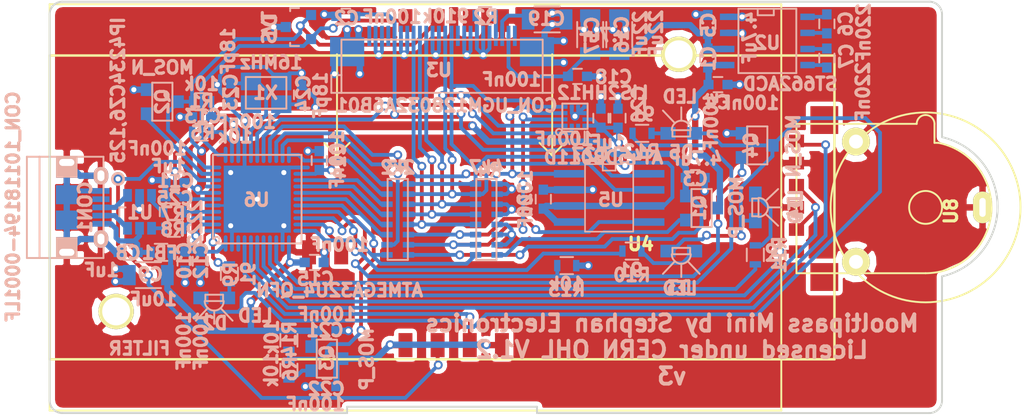
<source format=kicad_pcb>
(kicad_pcb (version 4) (host pcbnew 4.0.2-stable)
  (layers (0 F.Cu signal) (31 B.Cu signal) (34 B.Paste user) (35 F.Paste user) (36 B.SilkS user) (37 F.SilkS user hide) (38 B.Mask user) (39 F.Mask user) (44 Edge.Cuts user))
  (net 0 "")
  (net 1 +12V)
  (net 2 "Net-(C1-Pad2)")
  (net 3 GND)
  (net 4 +3V3)
  (net 5 +5V)
  (net 6 "Net-(C6-Pad1)")
  (net 7 "Net-(C6-Pad2)")
  (net 8 "Net-(C7-Pad1)")
  (net 9 "Net-(C7-Pad2)")
  (net 10 VCC)
  (net 11 "Net-(C19-Pad1)")
  (net 12 /VCC_SC)
  (net 13 "Net-(C23-Pad1)")
  (net 14 "Net-(C24-Pad1)")
  (net 15 "Net-(CON1-Pad2)")
  (net 16 "Net-(CON1-Pad3)")
  (net 17 /BL_POWER)
  (net 18 /SPI_MOSI)
  (net 19 /SC_IO)
  (net 20 /SC_POWER)
  (net 21 "Net-(R2-Pad1)")
  (net 22 /USB_D+)
  (net 23 "Net-(R7-Pad2)")
  (net 24 /USB_D-)
  (net 25 "Net-(R8-Pad2)")
  (net 26 /SPI2_CLK)
  (net 27 /SPI2_MOSI)
  (net 28 /SPI_SCK)
  (net 29 /SPI2_MISO)
  (net 30 /LCD_HV_SS)
  (net 31 /LCD_HV_nRES)
  (net 32 /LCD_HV_DnC)
  (net 33 /SPI2_HV_SCK)
  (net 34 /SPI2_HV_MOSI)
  (net 35 /LCD_SS)
  (net 36 /LCD_nRES)
  (net 37 /LCD_DnC)
  (net 38 /FLASH_nS)
  (net 39 /FLASH_HV_nS)
  (net 40 /SC_RST)
  (net 41 /SC_PGM)
  (net 42 /DETECT_SC)
  (net 43 /nRESET)
  (net 44 /ENC_SW)
  (net 45 "Net-(Q3-Pad1)")
  (net 46 /PWM_LED)
  (net 47 "Net-(D2-Pad1)")
  (net 48 /LED1)
  (net 49 "Net-(D2-Pad2)")
  (net 50 /LED2)
  (net 51 "Net-(D3-Pad2)")
  (net 52 /LED3)
  (net 53 "Net-(D4-Pad2)")
  (net 54 /LED4)
  (net 55 "Net-(D5-Pad2)")
  (net 56 /ENC_B)
  (net 57 /ENC_A)
  (net 58 /ACC_SS)
  (net 59 /ACC_INT)
  (net 60 /ACC_HV_SS)
  (net 61 "Net-(R3-Pad9)")
  (module _kicad4_lib:CON_SMARTCARD_5145300-3 (layer F.Cu) (at 149.7 71.65 180)
    (fp_text reference U4 (at 3 -15 180) (layer F.SilkS) (effects (font (thickness 0.25))))
    (fp_text value CON_SMARTCARD2)
    (pad FIX1 thru_hole circle (at 0 0 180) (size 2.8 2.8) (drill 2.2) (layers *.Cu *.Mask F.SilkS) (net 3 GND))
    (pad FIX2 thru_hole circle (at 44.45 -20.32 180) (size 2.8 2.8) (drill 2.2) (layers *.Cu *.Mask F.SilkS) (net 3 GND))
    (pad C1 smd rect (at 13.97 -22.98 180) (size 1.1 1.9) (layers F.Cu F.Paste F.Mask) (net 12 /VCC_SC))
    (pad C2 smd rect (at 16.51 -22.98 180) (size 1.1 1.9) (layers F.Cu F.Paste F.Mask) (net 40 /SC_RST))
    (pad C3 smd rect (at 19.05 -22.98 180) (size 1.1 1.9) (layers F.Cu F.Paste F.Mask) (net 28 /SPI_SCK))
    (pad C4 smd rect (at 21.59 -22.98 180) (size 1.1 1.9) (layers F.Cu F.Paste F.Mask) (net 12 /VCC_SC))
    (pad C5 smd rect (at 13.97 2.66 180) (size 1.1 1.8) (layers F.Cu F.Paste F.Mask) (net 3 GND))
    (pad C6 smd rect (at 16.51 2.66 180) (size 1.1 1.8) (layers F.Cu F.Paste F.Mask))
    (pad C7 smd rect (at 19.05 2.66 180) (size 1.1 1.8) (layers F.Cu F.Paste F.Mask) (net 19 /SC_IO))
    (pad C8 smd rect (at 21.59 2.66 180) (size 1.1 1.8) (layers F.Cu F.Paste F.Mask) (net 41 /SC_PGM))
    (pad S1 smd rect (at 26.67 -15.65 180) (size 1.1 1.9) (layers F.Cu F.Paste F.Mask) (net 42 /DETECT_SC))
    (pad S2 smd rect (at 29.21 -15.65 180) (size 1.1 1.9) (layers F.Cu F.Paste F.Mask) (net 3 GND))
  )
  (module limpkins_lib:RNETWORK8_0603 (layer B.Cu) (at 127.5 84.7 270)
    (fp_text reference R3 (at -4.05 0 360) (layer B.SilkS) (effects (font (thickness 0.25)) (justify mirror)))
    (fp_text value 2k2 (at -4.1 0 360) (layer B.SilkS) (effects (font (thickness 0.25)) (justify mirror)))
    (pad 1 smd rect (at -2.8 -0.85 270) (size 0.45 0.9) (layers B.Cu B.Paste B.Mask) (net 27 /SPI2_MOSI))
    (pad 2 smd rect (at -2 -0.85 270) (size 0.45 0.9) (layers B.Cu B.Paste B.Mask) (net 26 /SPI2_CLK))
    (pad 3 smd rect (at -1.2 -0.85 270) (size 0.45 0.9) (layers B.Cu B.Paste B.Mask) (net 37 /LCD_DnC))
    (pad 4 smd rect (at -0.4 -0.85 270) (size 0.45 0.9) (layers B.Cu B.Paste B.Mask) (net 36 /LCD_nRES))
    (pad 5 smd rect (at 0.4 -0.85 270) (size 0.45 0.9) (layers B.Cu B.Paste B.Mask) (net 35 /LCD_SS))
    (pad 6 smd rect (at 1.2 -0.85 270) (size 0.45 0.9) (layers B.Cu B.Paste B.Mask) (net 38 /FLASH_nS))
    (pad 7 smd rect (at 2 -0.85 270) (size 0.45 0.9) (layers B.Cu B.Paste B.Mask) (net 58 /ACC_SS))
    (pad 8 smd rect (at 2.8 -0.85 270) (size 0.45 0.9) (layers B.Cu B.Paste B.Mask) (net 5 +5V))
    (pad 9 smd rect (at 2.8 0.85 270) (size 0.45 0.9) (layers B.Cu B.Paste B.Mask) (net 61 "Net-(R3-Pad9)"))
    (pad 10 smd rect (at 2 0.85 270) (size 0.45 0.9) (layers B.Cu B.Paste B.Mask) (net 60 /ACC_HV_SS))
    (pad 11 smd rect (at 1.2 0.85 270) (size 0.45 0.9) (layers B.Cu B.Paste B.Mask) (net 39 /FLASH_HV_nS))
    (pad 12 smd rect (at 0.4 0.85 270) (size 0.45 0.9) (layers B.Cu B.Paste B.Mask) (net 30 /LCD_HV_SS))
    (pad 13 smd rect (at -0.4 0.85 270) (size 0.45 0.9) (layers B.Cu B.Paste B.Mask) (net 31 /LCD_HV_nRES))
    (pad 14 smd rect (at -1.2 0.85 270) (size 0.45 0.9) (layers B.Cu B.Paste B.Mask) (net 32 /LCD_HV_DnC))
    (pad 15 smd rect (at -2 0.85 270) (size 0.45 0.9) (layers B.Cu B.Paste B.Mask) (net 33 /SPI2_HV_SCK))
    (pad 16 smd rect (at -2.8 0.85 270) (size 0.45 0.9) (layers B.Cu B.Paste B.Mask) (net 34 /SPI2_HV_MOSI))
  )
  (module _kicad4_lib:CON_SFV24R-2STE1HLF (layer B.Cu) (at 136.75 70.5 180)
    (fp_text reference U3 (at 6 -2.4 180) (layer B.SilkS) (effects (font (thickness 0.25)) (justify mirror)))
    (fp_text value CON_UGM128032A6B01 (at 5.4 -5.2 180) (layer B.SilkS) (effects (font (thickness 0.25)) (justify mirror)))
    (pad 24 smd rect (at 0 0.3 180) (size 0.3 1.6) (layers B.Cu B.Paste B.Mask))
    (pad 23 smd rect (at 0.5 0.3 180) (size 0.3 1.6) (layers B.Cu B.Paste B.Mask) (net 1 +12V))
    (pad 22 smd rect (at 1 0.3 180) (size 0.3 1.6) (layers B.Cu B.Paste B.Mask) (net 11 "Net-(C19-Pad1)"))
    (pad 21 smd rect (at 1.5 0.3 180) (size 0.3 1.6) (layers B.Cu B.Paste B.Mask) (net 21 "Net-(R2-Pad1)"))
    (pad 20 smd rect (at 2 0.3 180) (size 0.3 1.6) (layers B.Cu B.Paste B.Mask) (net 3 GND))
    (pad 19 smd rect (at 2.5 0.3 180) (size 0.3 1.6) (layers B.Cu B.Paste B.Mask) (net 3 GND))
    (pad 18 smd rect (at 3 0.3 180) (size 0.3 1.6) (layers B.Cu B.Paste B.Mask) (net 3 GND))
    (pad 17 smd rect (at 3.5 0.3 180) (size 0.3 1.6) (layers B.Cu B.Paste B.Mask) (net 3 GND))
    (pad 16 smd rect (at 4 0.3 180) (size 0.3 1.6) (layers B.Cu B.Paste B.Mask) (net 3 GND))
    (pad 15 smd rect (at 4.5 0.3 180) (size 0.3 1.6) (layers B.Cu B.Paste B.Mask))
    (pad 14 smd rect (at 5 0.3 180) (size 0.3 1.6) (layers B.Cu B.Paste B.Mask) (net 27 /SPI2_MOSI))
    (pad 13 smd rect (at 5.5 0.3 180) (size 0.3 1.6) (layers B.Cu B.Paste B.Mask) (net 26 /SPI2_CLK))
    (pad 12 smd rect (at 6 0.3 180) (size 0.3 1.6) (layers B.Cu B.Paste B.Mask) (net 3 GND))
    (pad 11 smd rect (at 6.5 0.3 180) (size 0.3 1.6) (layers B.Cu B.Paste B.Mask) (net 3 GND))
    (pad 10 smd rect (at 7 0.3 180) (size 0.3 1.6) (layers B.Cu B.Paste B.Mask) (net 37 /LCD_DnC))
    (pad 9 smd rect (at 7.5 0.3 180) (size 0.3 1.6) (layers B.Cu B.Paste B.Mask) (net 36 /LCD_nRES))
    (pad 8 smd rect (at 8 0.3 180) (size 0.3 1.6) (layers B.Cu B.Paste B.Mask) (net 35 /LCD_SS))
    (pad 7 smd rect (at 8.5 0.3 180) (size 0.3 1.6) (layers B.Cu B.Paste B.Mask) (net 3 GND))
    (pad 6 smd rect (at 9 0.3 180) (size 0.3 1.6) (layers B.Cu B.Paste B.Mask) (net 3 GND))
    (pad 5 smd rect (at 9.5 0.3 180) (size 0.3 1.6) (layers B.Cu B.Paste B.Mask) (net 4 +3V3))
    (pad 4 smd rect (at 10 0.3 180) (size 0.3 1.6) (layers B.Cu B.Paste B.Mask))
    (pad 3 smd rect (at 10.5 0.3 180) (size 0.3 1.6) (layers B.Cu B.Paste B.Mask) (net 3 GND))
    (pad 2 smd rect (at 11 0.3 180) (size 0.3 1.6) (layers B.Cu B.Paste B.Mask) (net 3 GND))
    (pad 1 smd rect (at 11.5 0.3 180) (size 0.3 1.6) (layers B.Cu B.Paste B.Mask))
    (pad 25 smd rect (at -1.75 -0.95 180) (size 2.7 2.3) (layers B.Cu B.Paste B.Mask) (net 3 GND))
    (pad 26 smd rect (at 13.25 -0.95 180) (size 2.7 2.3) (layers B.Cu B.Paste B.Mask) (net 3 GND))
  )
  (module Capacitors_SMD:C_0603 (layer B.Cu) (at 152 71.95 270)
    (fp_text reference C1 (at 0.05 -0.05 270) (layer B.SilkS) (effects (font (thickness 0.25)) (justify mirror)))
    (fp_text value 100nF (at 5 -0.25 270) (layer B.SilkS) (effects (font (thickness 0.25)) (justify mirror)))
    (pad 1 smd rect (at -0.75 0 270) (size 0.8 0.75) (layers B.Cu B.Paste B.Mask) (net 1 +12V))
    (pad 2 smd rect (at 0.75 0 270) (size 0.8 0.75) (layers B.Cu B.Paste B.Mask) (net 2 "Net-(C1-Pad2)"))
  )
  (module Capacitors_SMD:C_0603 (layer B.Cu) (at 123.4 68.65)
    (fp_text reference C2 (at 0.05 0.15) (layer B.SilkS) (effects (font (thickness 0.25)) (justify mirror)))
    (fp_text value 100nF (at 3.65 0.05) (layer B.SilkS) (effects (font (thickness 0.25)) (justify mirror)))
    (pad 1 smd rect (at -0.75 0) (size 0.8 0.75) (layers B.Cu B.Paste B.Mask) (net 3 GND))
    (pad 2 smd rect (at 0.75 0) (size 0.8 0.75) (layers B.Cu B.Paste B.Mask) (net 4 +3V3))
  )
  (module Capacitors_SMD:C_0603 (layer B.Cu) (at 151 81.4)
    (fp_text reference C3 (at 0 0.1) (layer B.SilkS) (effects (font (thickness 0.25)) (justify mirror)))
    (fp_text value 4.7uF (at 0.05 -1.5) (layer B.SilkS) (effects (font (thickness 0.25)) (justify mirror)))
    (pad 1 smd rect (at -0.75 0) (size 0.8 0.75) (layers B.Cu B.Paste B.Mask) (net 5 +5V))
    (pad 2 smd rect (at 0.75 0) (size 0.8 0.75) (layers B.Cu B.Paste B.Mask) (net 3 GND))
  )
  (module Capacitors_SMD:C_0603 (layer B.Cu) (at 152.8 74.05)
    (fp_text reference C4 (at -0.05 1.4) (layer B.SilkS) (effects (font (thickness 0.25)) (justify mirror)))
    (fp_text value 100nF (at 2.5 1.45) (layer B.SilkS) (effects (font (thickness 0.25)) (justify mirror)))
    (pad 1 smd rect (at -0.75 0) (size 0.8 0.75) (layers B.Cu B.Paste B.Mask) (net 2 "Net-(C1-Pad2)"))
    (pad 2 smd rect (at 0.75 0) (size 0.8 0.75) (layers B.Cu B.Paste B.Mask) (net 3 GND))
  )
  (module Capacitors_SMD:C_0603 (layer B.Cu) (at 152 69.3 90)
    (fp_text reference C5 (at -0.05 0.05 90) (layer B.SilkS) (effects (font (thickness 0.25)) (justify mirror)))
    (fp_text value 4.7uF (at -1.05 3.3 90) (layer B.SilkS) (effects (font (thickness 0.25)) (justify mirror)))
    (pad 1 smd rect (at -0.75 0 90) (size 0.8 0.75) (layers B.Cu B.Paste B.Mask) (net 1 +12V))
    (pad 2 smd rect (at 0.75 0 90) (size 0.8 0.75) (layers B.Cu B.Paste B.Mask) (net 3 GND))
  )
  (module Capacitors_SMD:C_0603 (layer B.Cu) (at 161.4 69.25 90)
    (fp_text reference C6 (at 0 1.5 90) (layer B.SilkS) (effects (font (thickness 0.25)) (justify mirror)))
    (fp_text value 220nF (at -0.7 2.9 90) (layer B.SilkS) (effects (font (thickness 0.25)) (justify mirror)))
    (pad 1 smd rect (at -0.75 0 90) (size 0.8 0.75) (layers B.Cu B.Paste B.Mask) (net 6 "Net-(C6-Pad1)"))
    (pad 2 smd rect (at 0.75 0 90) (size 0.8 0.75) (layers B.Cu B.Paste B.Mask) (net 7 "Net-(C6-Pad2)"))
  )
  (module Capacitors_SMD:C_0603 (layer B.Cu) (at 161.4 71.95 270)
    (fp_text reference C7 (at -0.15 -1.55 450) (layer B.SilkS) (effects (font (thickness 0.25)) (justify mirror)))
    (fp_text value 220nF (at 2.65 -2.85 270) (layer B.SilkS) (effects (font (thickness 0.25)) (justify mirror)))
    (pad 1 smd rect (at -0.75 0 270) (size 0.8 0.75) (layers B.Cu B.Paste B.Mask) (net 8 "Net-(C7-Pad1)"))
    (pad 2 smd rect (at 0.75 0 270) (size 0.8 0.75) (layers B.Cu B.Paste B.Mask) (net 9 "Net-(C7-Pad2)"))
  )
  (module Capacitors_SMD:C_0603 (layer B.Cu) (at 106.2 87.3 180)
    (fp_text reference C8 (at 0 -0.05 180) (layer B.SilkS) (effects (font (thickness 0.25)) (justify mirror)))
    (fp_text value 1uF (at 2.1 -1.4 180) (layer B.SilkS) (effects (font (thickness 0.25)) (justify mirror)))
    (pad 1 smd rect (at -0.75 0 180) (size 0.8 0.75) (layers B.Cu B.Paste B.Mask) (net 10 VCC))
    (pad 2 smd rect (at 0.75 0 180) (size 0.8 0.75) (layers B.Cu B.Paste B.Mask) (net 3 GND))
  )
  (module Capacitors_SMD:C_1206 (layer B.Cu) (at 107.8 89.1 180)
    (fp_text reference C9 (at -0.15 0.05 180) (layer B.SilkS) (effects (font (thickness 0.25)) (justify mirror)))
    (fp_text value 10uF (at -0.4 -1.9 180) (layer B.SilkS) (effects (font (thickness 0.25)) (justify mirror)))
    (pad 1 smd rect (at -1.5 0 180) (size 1 1.6) (layers B.Cu B.Paste B.Mask) (net 5 +5V))
    (pad 2 smd rect (at 1.5 0 180) (size 1 1.6) (layers B.Cu B.Paste B.Mask) (net 3 GND))
  )
  (module Capacitors_SMD:C_0603 (layer B.Cu) (at 110.7 88 270)
    (fp_text reference C10 (at -0.05 0.05 270) (layer B.SilkS) (effects (font (thickness 0.25)) (justify mirror)))
    (fp_text value 100nF (at 6.3 0.1 270) (layer B.SilkS) (effects (font (thickness 0.25)) (justify mirror)))
    (pad 1 smd rect (at -0.75 0 270) (size 0.8 0.75) (layers B.Cu B.Paste B.Mask) (net 5 +5V))
    (pad 2 smd rect (at 0.75 0 270) (size 0.8 0.75) (layers B.Cu B.Paste B.Mask) (net 3 GND))
  )
  (module Capacitors_SMD:C_0603 (layer B.Cu) (at 109.9 81.8 180)
    (fp_text reference C11 (at -0.05 0.15 180) (layer B.SilkS) (effects (font (thickness 0.25)) (justify mirror)))
    (fp_text value 100nF (at 1.4 2.7 180) (layer B.SilkS) (effects (font (thickness 0.25)) (justify mirror)))
    (pad 1 smd rect (at -0.75 0 180) (size 0.8 0.75) (layers B.Cu B.Paste B.Mask) (net 5 +5V))
    (pad 2 smd rect (at 0.75 0 180) (size 0.8 0.75) (layers B.Cu B.Paste B.Mask) (net 3 GND))
  )
  (module Capacitors_SMD:C_0603 (layer B.Cu) (at 111.9 88 270)
    (fp_text reference C12 (at -0.05 -0.05 270) (layer B.SilkS) (effects (font (thickness 0.25)) (justify mirror)))
    (fp_text value 100nF (at 6.3 -0.05 270) (layer B.SilkS) (effects (font (thickness 0.25)) (justify mirror)))
    (pad 1 smd rect (at -0.75 0 270) (size 0.8 0.75) (layers B.Cu B.Paste B.Mask) (net 5 +5V))
    (pad 2 smd rect (at 0.75 0 270) (size 0.8 0.75) (layers B.Cu B.Paste B.Mask) (net 3 GND))
  )
  (module Capacitors_SMD:C_0603 (layer B.Cu) (at 112 76.6 180)
    (fp_text reference C13 (at -0.1 0.05 180) (layer B.SilkS) (effects (font (thickness 0.25)) (justify mirror)))
    (fp_text value 100nF (at -3.55 -0.4 180) (layer B.SilkS) (effects (font (thickness 0.25)) (justify mirror)))
    (pad 1 smd rect (at -0.75 0 180) (size 0.8 0.75) (layers B.Cu B.Paste B.Mask) (net 5 +5V))
    (pad 2 smd rect (at 0.75 0 180) (size 0.8 0.75) (layers B.Cu B.Paste B.Mask) (net 3 GND))
  )
  (module Capacitors_SMD:C_0603 (layer B.Cu) (at 121.3 80.05 90)
    (fp_text reference C14 (at -0.05 1.55 90) (layer B.SilkS) (effects (font (thickness 0.25)) (justify mirror)))
    (fp_text value 100nF (at 0.05 1.4 90) (layer B.SilkS) (effects (font (thickness 0.25)) (justify mirror)))
    (pad 1 smd rect (at -0.75 0 90) (size 0.8 0.75) (layers B.Cu B.Paste B.Mask) (net 5 +5V))
    (pad 2 smd rect (at 0.75 0 90) (size 0.8 0.75) (layers B.Cu B.Paste B.Mask) (net 3 GND))
  )
  (module Capacitors_SMD:C_0603 (layer B.Cu) (at 120.9 88.1)
    (fp_text reference C15 (at 0.1 1.3) (layer B.SilkS) (effects (font (thickness 0.25)) (justify mirror)))
    (fp_text value 100nF (at 2 -1.4) (layer B.SilkS) (effects (font (thickness 0.25)) (justify mirror)))
    (pad 1 smd rect (at -0.75 0) (size 0.8 0.75) (layers B.Cu B.Paste B.Mask) (net 5 +5V))
    (pad 2 smd rect (at 0.75 0) (size 0.8 0.75) (layers B.Cu B.Paste B.Mask) (net 3 GND))
  )
  (module Capacitors_SMD:C_1206 (layer B.Cu) (at 145 70.1 90)
    (fp_text reference C16 (at 0 0.2 90) (layer B.SilkS) (effects (font (thickness 0.25)) (justify mirror)))
    (fp_text value 22uF (at 0.05 1.65 90) (layer B.SilkS) (effects (font (thickness 0.25)) (justify mirror)))
    (pad 1 smd rect (at -1.5 0 90) (size 1 1.6) (layers B.Cu B.Paste B.Mask) (net 1 +12V))
    (pad 2 smd rect (at 1.5 0 90) (size 1 1.6) (layers B.Cu B.Paste B.Mask) (net 3 GND))
  )
  (module Capacitors_SMD:C_1206 (layer B.Cu) (at 142.7 70.1 90)
    (fp_text reference C17 (at -0.05 0.15 90) (layer B.SilkS) (effects (font (thickness 0.25)) (justify mirror)))
    (fp_text value 22uF (at 0.1 5.2 90) (layer B.SilkS) (effects (font (thickness 0.25)) (justify mirror)))
    (pad 1 smd rect (at -1.5 0 90) (size 1 1.6) (layers B.Cu B.Paste B.Mask) (net 1 +12V))
    (pad 2 smd rect (at 1.5 0 90) (size 1 1.6) (layers B.Cu B.Paste B.Mask) (net 3 GND))
  )
  (module Capacitors_SMD:C_0603 (layer B.Cu) (at 141.7 73.4)
    (fp_text reference C18 (at 2.85 0.05) (layer B.SilkS) (effects (font (thickness 0.25)) (justify mirror)))
    (fp_text value 100nF (at -5.2 0.25) (layer B.SilkS) (effects (font (thickness 0.25)) (justify mirror)))
    (pad 1 smd rect (at -0.75 0) (size 0.8 0.75) (layers B.Cu B.Paste B.Mask) (net 1 +12V))
    (pad 2 smd rect (at 0.75 0) (size 0.8 0.75) (layers B.Cu B.Paste B.Mask) (net 3 GND))
  )
  (module Capacitors_SMD:C_1206 (layer B.Cu) (at 139.3 68.9)
    (fp_text reference C19 (at -0.05 -0.05) (layer B.SilkS) (effects (font (thickness 0.25)) (justify mirror)))
    (fp_text value 4.7uF (at 4.45 1.25) (layer B.SilkS) (effects (font (thickness 0.25)) (justify mirror)))
    (pad 1 smd rect (at -1.5 0) (size 1 1.6) (layers B.Cu B.Paste B.Mask) (net 11 "Net-(C19-Pad1)"))
    (pad 2 smd rect (at 1.5 0) (size 1 1.6) (layers B.Cu B.Paste B.Mask) (net 3 GND))
  )
  (module Capacitors_SMD:C_0603 (layer B.Cu) (at 139 83.1 90)
    (fp_text reference C20 (at 0 -1.45 90) (layer B.SilkS) (effects (font (thickness 0.25)) (justify mirror)))
    (fp_text value 100nF (at 0 -1.4 90) (layer B.SilkS) (effects (font (thickness 0.25)) (justify mirror)))
    (pad 1 smd rect (at -0.75 0 90) (size 0.8 0.75) (layers B.Cu B.Paste B.Mask) (net 4 +3V3))
    (pad 2 smd rect (at 0.75 0 90) (size 0.8 0.75) (layers B.Cu B.Paste B.Mask) (net 3 GND))
  )
  (module Capacitors_SMD:C_0603 (layer B.Cu) (at 121.9 93.5)
    (fp_text reference C21 (at -0.15 -0.05) (layer B.SilkS) (effects (font (thickness 0.25)) (justify mirror)))
    (fp_text value 100nF (at 0 -1.3) (layer B.SilkS) (effects (font (thickness 0.25)) (justify mirror)))
    (pad 1 smd rect (at -0.75 0) (size 0.8 0.75) (layers B.Cu B.Paste B.Mask) (net 5 +5V))
    (pad 2 smd rect (at 0.75 0) (size 0.8 0.75) (layers B.Cu B.Paste B.Mask) (net 3 GND))
  )
  (module Capacitors_SMD:C_0603 (layer B.Cu) (at 121.9 97.9 180)
    (fp_text reference C22 (at 0.05 -0.2 180) (layer B.SilkS) (effects (font (thickness 0.25)) (justify mirror)))
    (fp_text value 100nF (at 0.9 -1.4 180) (layer B.SilkS) (effects (font (thickness 0.25)) (justify mirror)))
    (pad 1 smd rect (at -0.75 0 180) (size 0.8 0.75) (layers B.Cu B.Paste B.Mask) (net 12 /VCC_SC))
    (pad 2 smd rect (at 0.75 0 180) (size 0.8 0.75) (layers B.Cu B.Paste B.Mask) (net 3 GND))
  )
  (module Capacitors_SMD:C_0603 (layer B.Cu) (at 114.3 74.7 270)
    (fp_text reference C23 (at -0.05 0 270) (layer B.SilkS) (effects (font (thickness 0.25)) (justify mirror)))
    (fp_text value 18pF (at -3.3 0.2 270) (layer B.SilkS) (effects (font (thickness 0.25)) (justify mirror)))
    (pad 1 smd rect (at -0.75 0 270) (size 0.8 0.75) (layers B.Cu B.Paste B.Mask) (net 13 "Net-(C23-Pad1)"))
    (pad 2 smd rect (at 0.75 0 270) (size 0.8 0.75) (layers B.Cu B.Paste B.Mask) (net 3 GND))
  )
  (module Capacitors_SMD:C_0603 (layer B.Cu) (at 119.9 74.85 90)
    (fp_text reference C24 (at 0.1 0.15 90) (layer B.SilkS) (effects (font (thickness 0.25)) (justify mirror)))
    (fp_text value 18pF (at -0.05 1.5 90) (layer B.SilkS) (effects (font (thickness 0.25)) (justify mirror)))
    (pad 1 smd rect (at -0.75 0 90) (size 0.8 0.75) (layers B.Cu B.Paste B.Mask) (net 14 "Net-(C24-Pad1)"))
    (pad 2 smd rect (at 0.75 0 90) (size 0.8 0.75) (layers B.Cu B.Paste B.Mask) (net 3 GND))
  )
  (module Capacitors_SMD:C_0603 (layer B.Cu) (at 109.9 82.9 180)
    (fp_text reference C25 (at 0 -0.15 180) (layer B.SilkS) (effects (font (thickness 0.25)) (justify mirror)))
    (fp_text value 1uF (at 0.5 2.4 180) (layer B.SilkS) (effects (font (thickness 0.25)) (justify mirror)))
    (pad 1 smd rect (at -0.75 0 180) (size 0.8 0.75) (layers B.Cu B.Paste B.Mask) (net 4 +3V3))
    (pad 2 smd rect (at 0.75 0 180) (size 0.8 0.75) (layers B.Cu B.Paste B.Mask) (net 3 GND))
  )
  (module limpkins_lib:CONUSB_10118194 (layer B.Cu) (at 104.05 83.75 90)
    (fp_text reference CON1 (at 0 -1.25 90) (layer B.SilkS) (effects (font (thickness 0.25)) (justify mirror)))
    (fp_text value CON_10118194-0001LF (at 0.05 -6.95 90) (layer B.SilkS) (effects (font (thickness 0.25)) (justify mirror)))
    (pad 1 smd rect (at -1.3 0 90) (size 0.45 1.35) (layers B.Cu B.Paste B.Mask) (net 10 VCC))
    (pad 2 smd rect (at -0.65 0 90) (size 0.45 1.35) (layers B.Cu B.Paste B.Mask) (net 15 "Net-(CON1-Pad2)"))
    (pad 3 smd rect (at 0 0 90) (size 0.45 1.35) (layers B.Cu B.Paste B.Mask) (net 16 "Net-(CON1-Pad3)"))
    (pad 4 smd rect (at 0.65 0 90) (size 0.45 1.35) (layers B.Cu B.Paste B.Mask))
    (pad 5 smd rect (at 1.3 0 90) (size 0.45 1.35) (layers B.Cu B.Paste B.Mask) (net 3 GND))
    (pad 6 thru_hole oval (at -2.5 0 90) (size 1.4 1.15) (drill oval 0.85 0.55) (layers *.Cu *.Mask B.SilkS) (net 3 GND))
    (pad 7 thru_hole oval (at 2.5 0 90) (size 1.4 1.15) (drill oval 0.85 0.55) (layers *.Cu *.Mask B.SilkS) (net 3 GND))
    (pad 8 thru_hole rect (at -3.55 -2.7 90) (size 1.7 1.7) (drill oval 0.55 1.2 (offset 0.35 0)) (layers *.Cu *.Mask B.SilkS) (net 3 GND))
    (pad 11 thru_hole rect (at 3.55 -2.7 270) (size 1.7 1.7) (drill oval 0.55 1.2 (offset 0.35 0)) (layers *.Cu *.Mask B.SilkS) (net 3 GND))
    (pad 9 smd rect (at -1 -2.7 270) (size 1.5 1.7) (layers B.Cu B.Paste B.Mask) (net 3 GND))
    (pad 10 smd rect (at 1 -2.7 270) (size 1.5 1.7) (layers B.Cu B.Paste B.Mask) (net 3 GND))
  )
  (module Resistors_SMD:R_0603 (layer B.Cu) (at 108.8 87.3)
    (fp_text reference FB1 (at -0.1 0.05) (layer B.SilkS) (effects (font (thickness 0.25)) (justify mirror)))
    (fp_text value FILTER (at -1.7 7.6) (layer B.SilkS) (effects (font (thickness 0.25)) (justify mirror)))
    (pad 1 smd rect (at -0.75 0) (size 0.5 0.9) (layers B.Cu B.Paste B.Mask) (net 10 VCC))
    (pad 2 smd rect (at 0.75 0) (size 0.5 0.9) (layers B.Cu B.Paste B.Mask) (net 5 +5V))
  )
  (module Resistors_SMD:R_0603 (layer B.Cu) (at 112 75.4 180)
    (fp_text reference R1 (at 0 0.05 180) (layer B.SilkS) (effects (font (thickness 0.25)) (justify mirror)))
    (fp_text value 10k (at 0 1.4 180) (layer B.SilkS) (effects (font (thickness 0.25)) (justify mirror)))
    (pad 1 smd rect (at -0.75 0 180) (size 0.5 0.9) (layers B.Cu B.Paste B.Mask) (net 5 +5V))
    (pad 2 smd rect (at 0.75 0 180) (size 0.5 0.9) (layers B.Cu B.Paste B.Mask) (net 19 /SC_IO))
  )
  (module Resistors_SMD:R_0603 (layer B.Cu) (at 134.4 68.6 180)
    (fp_text reference R2 (at -0.05 -0.1 180) (layer B.SilkS) (effects (font (thickness 0.25)) (justify mirror)))
    (fp_text value 910k (at 3.1 -0.05 180) (layer B.SilkS) (effects (font (thickness 0.25)) (justify mirror)))
    (pad 1 smd rect (at -0.75 0 180) (size 0.5 0.9) (layers B.Cu B.Paste B.Mask) (net 21 "Net-(R2-Pad1)"))
    (pad 2 smd rect (at 0.75 0 180) (size 0.5 0.9) (layers B.Cu B.Paste B.Mask) (net 3 GND))
  )
  (module limpkins_lib:RNETWORK8_0603 (layer B.Cu) (at 134.5 84.7 270)
    (fp_text reference R4 (at -3.9 -0.25 360) (layer B.SilkS) (effects (font (thickness 0.25)) (justify mirror)))
    (fp_text value 4k7 (at -4.1 0 360) (layer B.SilkS) (effects (font (thickness 0.25)) (justify mirror)))
    (pad 1 smd rect (at -2.8 -0.85 270) (size 0.45 0.9) (layers B.Cu B.Paste B.Mask) (net 3 GND))
    (pad 2 smd rect (at -2 -0.85 270) (size 0.45 0.9) (layers B.Cu B.Paste B.Mask) (net 3 GND))
    (pad 3 smd rect (at -1.2 -0.85 270) (size 0.45 0.9) (layers B.Cu B.Paste B.Mask) (net 3 GND))
    (pad 4 smd rect (at -0.4 -0.85 270) (size 0.45 0.9) (layers B.Cu B.Paste B.Mask) (net 3 GND))
    (pad 5 smd rect (at 0.4 -0.85 270) (size 0.45 0.9) (layers B.Cu B.Paste B.Mask) (net 3 GND))
    (pad 6 smd rect (at 1.2 -0.85 270) (size 0.45 0.9) (layers B.Cu B.Paste B.Mask) (net 3 GND))
    (pad 7 smd rect (at 2 -0.85 270) (size 0.45 0.9) (layers B.Cu B.Paste B.Mask) (net 3 GND))
    (pad 8 smd rect (at 2.8 -0.85 270) (size 0.45 0.9) (layers B.Cu B.Paste B.Mask) (net 17 /BL_POWER))
    (pad 9 smd rect (at 2.8 0.85 270) (size 0.45 0.9) (layers B.Cu B.Paste B.Mask) (net 61 "Net-(R3-Pad9)"))
    (pad 10 smd rect (at 2 0.85 270) (size 0.45 0.9) (layers B.Cu B.Paste B.Mask) (net 58 /ACC_SS))
    (pad 11 smd rect (at 1.2 0.85 270) (size 0.45 0.9) (layers B.Cu B.Paste B.Mask) (net 38 /FLASH_nS))
    (pad 12 smd rect (at 0.4 0.85 270) (size 0.45 0.9) (layers B.Cu B.Paste B.Mask) (net 35 /LCD_SS))
    (pad 13 smd rect (at -0.4 0.85 270) (size 0.45 0.9) (layers B.Cu B.Paste B.Mask) (net 36 /LCD_nRES))
    (pad 14 smd rect (at -1.2 0.85 270) (size 0.45 0.9) (layers B.Cu B.Paste B.Mask) (net 37 /LCD_DnC))
    (pad 15 smd rect (at -2 0.85 270) (size 0.45 0.9) (layers B.Cu B.Paste B.Mask) (net 26 /SPI2_CLK))
    (pad 16 smd rect (at -2.8 0.85 270) (size 0.45 0.9) (layers B.Cu B.Paste B.Mask) (net 27 /SPI2_MOSI))
  )
  (module Resistors_SMD:R_0603 (layer B.Cu) (at 112 77.8 180)
    (fp_text reference R5 (at -0.1 -0.05 180) (layer B.SilkS) (effects (font (thickness 0.25)) (justify mirror)))
    (fp_text value 10k (at -2.65 -0.35 180) (layer B.SilkS) (effects (font (thickness 0.25)) (justify mirror)))
    (pad 1 smd rect (at -0.75 0 180) (size 0.5 0.9) (layers B.Cu B.Paste B.Mask) (net 43 /nRESET))
    (pad 2 smd rect (at 0.75 0 180) (size 0.5 0.9) (layers B.Cu B.Paste B.Mask) (net 5 +5V))
  )
  (module Resistors_SMD:R_0603 (layer B.Cu) (at 109.8 84.1)
    (fp_text reference R7 (at -0.05 0.15) (layer B.SilkS) (effects (font (thickness 0.25)) (justify mirror)))
    (fp_text value 22 (at 1.7 0 90) (layer B.SilkS) (effects (font (thickness 0.25)) (justify mirror)))
    (pad 1 smd rect (at -0.75 0) (size 0.5 0.9) (layers B.Cu B.Paste B.Mask) (net 22 /USB_D+))
    (pad 2 smd rect (at 0.75 0) (size 0.5 0.9) (layers B.Cu B.Paste B.Mask) (net 23 "Net-(R7-Pad2)"))
  )
  (module Resistors_SMD:R_0603 (layer B.Cu) (at 109.8 85.4)
    (fp_text reference R8 (at -0.05 0.1) (layer B.SilkS) (effects (font (thickness 0.25)) (justify mirror)))
    (fp_text value 22 (at 1.7 0.5 90) (layer B.SilkS) (effects (font (thickness 0.25)) (justify mirror)))
    (pad 1 smd rect (at -0.75 0) (size 0.5 0.9) (layers B.Cu B.Paste B.Mask) (net 24 /USB_D-))
    (pad 2 smd rect (at 0.75 0) (size 0.5 0.9) (layers B.Cu B.Paste B.Mask) (net 25 "Net-(R8-Pad2)"))
  )
  (module TO_SOT_Packages_SMD:TSOT-6-MK06A (layer B.Cu) (at 107.1 84.1)
    (fp_text reference U1 (at 0.05 0.05) (layer B.SilkS) (effects (font (thickness 0.25)) (justify mirror)))
    (fp_text value IP4234CZ6,125 (at -1.7 -9.6 90) (layer B.SilkS) (effects (font (thickness 0.25)) (justify mirror)))
    (pad 1 smd rect (at -0.94996 -1.30048) (size 0.69088 1.00076) (layers B.Cu B.Paste B.Mask) (net 16 "Net-(CON1-Pad3)"))
    (pad 2 smd rect (at 0 -1.30048) (size 0.69088 1.00076) (layers B.Cu B.Paste B.Mask) (net 3 GND))
    (pad 3 smd rect (at 0.94996 -1.30048) (size 0.69088 1.00076) (layers B.Cu B.Paste B.Mask) (net 22 /USB_D+))
    (pad 4 smd rect (at 0.94996 1.30048) (size 0.69088 1.00076) (layers B.Cu B.Paste B.Mask) (net 24 /USB_D-))
    (pad 5 smd rect (at 0 1.30048) (size 0.69088 1.00076) (layers B.Cu B.Paste B.Mask) (net 10 VCC))
    (pad 6 smd rect (at -0.94996 1.30048) (size 0.69088 1.00076) (layers B.Cu B.Paste B.Mask) (net 15 "Net-(CON1-Pad2)"))
  )
  (module SMD_Packages:SOIC-8-N (layer B.Cu) (at 156.7 70.6 270)
    (fp_text reference U2 (at 0.15 0 360) (layer B.SilkS) (effects (font (thickness 0.25)) (justify mirror)))
    (fp_text value ST662ACD (at 3.4 -1.8 360) (layer B.SilkS) (effects (font (thickness 0.25)) (justify mirror)))
    (pad 8 smd rect (at -1.905 3.175 270) (size 0.508 1.143) (layers B.Cu B.Paste B.Mask) (net 3 GND))
    (pad 7 smd rect (at -0.635 3.175 270) (size 0.508 1.143) (layers B.Cu B.Paste B.Mask) (net 3 GND))
    (pad 6 smd rect (at 0.635 3.175 270) (size 0.508 1.143) (layers B.Cu B.Paste B.Mask) (net 1 +12V))
    (pad 5 smd rect (at 1.905 3.175 270) (size 0.508 1.143) (layers B.Cu B.Paste B.Mask) (net 2 "Net-(C1-Pad2)"))
    (pad 4 smd rect (at 1.905 -3.175 270) (size 0.508 1.143) (layers B.Cu B.Paste B.Mask) (net 9 "Net-(C7-Pad2)"))
    (pad 3 smd rect (at 0.635 -3.175 270) (size 0.508 1.143) (layers B.Cu B.Paste B.Mask) (net 8 "Net-(C7-Pad1)"))
    (pad 2 smd rect (at -0.635 -3.175 270) (size 0.508 1.143) (layers B.Cu B.Paste B.Mask) (net 6 "Net-(C6-Pad1)"))
    (pad 1 smd rect (at -1.905 -3.175 270) (size 0.508 1.143) (layers B.Cu B.Paste B.Mask) (net 7 "Net-(C6-Pad2)"))
  )
  (module limpkins_lib:SO8EN (layer B.Cu) (at 144.2 83 270)
    (fp_text reference U5 (at 0.15 -0.15 360) (layer B.SilkS) (effects (font (thickness 0.25)) (justify mirror)))
    (fp_text value AT45DB011D (at -3.2 0.45 540) (layer B.SilkS) (effects (font (thickness 0.25)) (justify mirror)))
    (pad 8 smd rect (at -1.905 3.167 270) (size 0.59944 2.39954) (layers B.Cu B.Paste B.Mask) (net 29 /SPI2_MISO))
    (pad 1 smd rect (at -1.905 -3.167 270) (size 0.59944 2.39954) (layers B.Cu B.Paste B.Mask) (net 27 /SPI2_MOSI))
    (pad 7 smd rect (at -0.635 3.167 270) (size 0.59944 2.39954) (layers B.Cu B.Paste B.Mask) (net 3 GND))
    (pad 6 smd rect (at 0.635 3.167 270) (size 0.59944 2.39954) (layers B.Cu B.Paste B.Mask) (net 4 +3V3))
    (pad 5 smd rect (at 1.905 3.167 270) (size 0.59944 2.39954) (layers B.Cu B.Paste B.Mask) (net 4 +3V3))
    (pad 2 smd rect (at -0.635 -3.167 270) (size 0.59944 2.39954) (layers B.Cu B.Paste B.Mask) (net 26 /SPI2_CLK))
    (pad 3 smd rect (at 0.635 -3.167 270) (size 0.59944 2.39954) (layers B.Cu B.Paste B.Mask) (net 4 +3V3))
    (pad 4 smd rect (at 1.905 -3.167 270) (size 0.59944 2.39954) (layers B.Cu B.Paste B.Mask) (net 38 /FLASH_nS))
  )
  (module limpkins_lib:QFN44 (layer B.Cu) (at 116.4 83.1)
    (fp_text reference U6 (at -0.05 0.05) (layer B.SilkS) (effects (font (thickness 0.25)) (justify mirror)))
    (fp_text value ATMEGA32U4_QFN (at 6.5 7.2) (layer B.SilkS) (effects (font (thickness 0.25)) (justify mirror)))
    (pad 1 smd oval (at -3.5 2.5 270) (size 0.3 1.3) (layers B.Cu B.Paste B.Mask) (net 48 /LED1))
    (pad 2 smd oval (at -3.5 2 270) (size 0.3 1.3) (layers B.Cu B.Paste B.Mask) (net 5 +5V))
    (pad 3 smd oval (at -3.5 1.5 270) (size 0.3 1.3) (layers B.Cu B.Paste B.Mask) (net 25 "Net-(R8-Pad2)"))
    (pad 4 smd oval (at -3.5 1 270) (size 0.3 1.3) (layers B.Cu B.Paste B.Mask) (net 23 "Net-(R7-Pad2)"))
    (pad 5 smd oval (at -3.5 0.5 270) (size 0.3 1.3) (layers B.Cu B.Paste B.Mask) (net 3 GND))
    (pad 6 smd oval (at -3.5 0 270) (size 0.3 1.3) (layers B.Cu B.Paste B.Mask) (net 4 +3V3))
    (pad 7 smd oval (at -3.5 -0.5 270) (size 0.3 1.3) (layers B.Cu B.Paste B.Mask) (net 5 +5V))
    (pad 8 smd oval (at -3.5 -1 270) (size 0.3 1.3) (layers B.Cu B.Paste B.Mask))
    (pad 9 smd oval (at -3.5 -1.5 270) (size 0.3 1.3) (layers B.Cu B.Paste B.Mask) (net 28 /SPI_SCK))
    (pad 10 smd oval (at -3.5 -2 270) (size 0.3 1.3) (layers B.Cu B.Paste B.Mask) (net 18 /SPI_MOSI))
    (pad 11 smd oval (at -3.5 -2.5 270) (size 0.3 1.3) (layers B.Cu B.Paste B.Mask) (net 19 /SC_IO))
    (pad 12 smd oval (at -2.5 -3.5) (size 0.3 1.3) (layers B.Cu B.Paste B.Mask) (net 41 /SC_PGM))
    (pad 13 smd oval (at -2 -3.5) (size 0.3 1.3) (layers B.Cu B.Paste B.Mask) (net 43 /nRESET))
    (pad 14 smd oval (at -1.5 -3.5) (size 0.3 1.3) (layers B.Cu B.Paste B.Mask) (net 5 +5V))
    (pad 15 smd oval (at -1 -3.5) (size 0.3 1.3) (layers B.Cu B.Paste B.Mask) (net 3 GND))
    (pad 16 smd oval (at -0.5 -3.5) (size 0.3 1.3) (layers B.Cu B.Paste B.Mask) (net 13 "Net-(C23-Pad1)"))
    (pad 17 smd oval (at 0 -3.5) (size 0.3 1.3) (layers B.Cu B.Paste B.Mask) (net 14 "Net-(C24-Pad1)"))
    (pad 18 smd oval (at 0.5 -3.5) (size 0.3 1.3) (layers B.Cu B.Paste B.Mask) (net 59 /ACC_INT))
    (pad 19 smd oval (at 1 -3.5) (size 0.3 1.3) (layers B.Cu B.Paste B.Mask) (net 60 /ACC_HV_SS))
    (pad 20 smd oval (at 1.5 -3.5) (size 0.3 1.3) (layers B.Cu B.Paste B.Mask) (net 29 /SPI2_MISO))
    (pad 21 smd oval (at 2 -3.5) (size 0.3 1.3) (layers B.Cu B.Paste B.Mask) (net 34 /SPI2_HV_MOSI))
    (pad 22 smd oval (at 2.5 -3.5) (size 0.3 1.3) (layers B.Cu B.Paste B.Mask) (net 33 /SPI2_HV_SCK))
    (pad 23 smd oval (at 3.5 -2.5 270) (size 0.3 1.3) (layers B.Cu B.Paste B.Mask) (net 3 GND))
    (pad 24 smd oval (at 3.5 -2 270) (size 0.3 1.3) (layers B.Cu B.Paste B.Mask) (net 5 +5V))
    (pad 25 smd oval (at 3.5 -1.5 270) (size 0.3 1.3) (layers B.Cu B.Paste B.Mask) (net 32 /LCD_HV_DnC))
    (pad 26 smd oval (at 3.5 -1 270) (size 0.3 1.3) (layers B.Cu B.Paste B.Mask) (net 31 /LCD_HV_nRES))
    (pad 27 smd oval (at 3.5 -0.5 270) (size 0.3 1.3) (layers B.Cu B.Paste B.Mask) (net 30 /LCD_HV_SS))
    (pad 28 smd oval (at 3.5 0 270) (size 0.3 1.3) (layers B.Cu B.Paste B.Mask) (net 39 /FLASH_HV_nS))
    (pad 29 smd oval (at 3.5 0.5 270) (size 0.3 1.3) (layers B.Cu B.Paste B.Mask) (net 20 /SC_POWER))
    (pad 30 smd oval (at 3.5 1 270) (size 0.3 1.3) (layers B.Cu B.Paste B.Mask) (net 50 /LED2))
    (pad 31 smd oval (at 3.5 1.5 270) (size 0.3 1.3) (layers B.Cu B.Paste B.Mask) (net 46 /PWM_LED))
    (pad 32 smd oval (at 3.5 2 270) (size 0.3 1.3) (layers B.Cu B.Paste B.Mask) (net 42 /DETECT_SC))
    (pad 33 smd oval (at 3.5 2.5 270) (size 0.3 1.3) (layers B.Cu B.Paste B.Mask) (net 61 "Net-(R3-Pad9)"))
    (pad 34 smd oval (at 2.5 3.5) (size 0.3 1.3) (layers B.Cu B.Paste B.Mask) (net 5 +5V))
    (pad 35 smd oval (at 2 3.5) (size 0.3 1.3) (layers B.Cu B.Paste B.Mask) (net 3 GND))
    (pad 36 smd oval (at 1.5 3.5) (size 0.3 1.3) (layers B.Cu B.Paste B.Mask) (net 54 /LED4))
    (pad 37 smd oval (at 1 3.5) (size 0.3 1.3) (layers B.Cu B.Paste B.Mask) (net 52 /LED3))
    (pad 38 smd oval (at 0.5 3.5) (size 0.3 1.3) (layers B.Cu B.Paste B.Mask) (net 56 /ENC_B))
    (pad 39 smd oval (at 0 3.5) (size 0.3 1.3) (layers B.Cu B.Paste B.Mask) (net 44 /ENC_SW))
    (pad 40 smd oval (at -0.5 3.5) (size 0.3 1.3) (layers B.Cu B.Paste B.Mask) (net 57 /ENC_A))
    (pad 41 smd oval (at -1 3.5) (size 0.3 1.3) (layers B.Cu B.Paste B.Mask) (net 40 /SC_RST))
    (pad 42 smd oval (at -1.5 3.5) (size 0.3 1.3) (layers B.Cu B.Paste B.Mask))
    (pad 43 smd oval (at -2 3.5) (size 0.3 1.3) (layers B.Cu B.Paste B.Mask) (net 3 GND))
    (pad 44 smd oval (at -2.5 3.5) (size 0.3 1.3) (layers B.Cu B.Paste B.Mask) (net 5 +5V))
    (pad 45 smd rect (at 0 0) (size 5.3 5.3) (layers B.Cu B.Paste B.Mask) (net 3 GND))
  )
  (module limpkins_lib:XTAL_3.2_2.5 (layer B.Cu) (at 117.1 74.7)
    (fp_text reference X1 (at -0.05 0) (layer B.SilkS) (effects (font (thickness 0.25)) (justify mirror)))
    (fp_text value 16MHz (at 0.4 -2.4) (layer B.SilkS) (effects (font (thickness 0.25)) (justify mirror)))
    (pad 1 smd rect (at -1.2 -0.9) (size 1.6 1.4) (layers B.Cu B.Paste B.Mask) (net 13 "Net-(C23-Pad1)"))
    (pad 2 smd rect (at 1.2 -0.9) (size 1.6 1.4) (layers B.Cu B.Paste B.Mask) (net 3 GND))
    (pad 3 smd rect (at 1.2 0.9) (size 1.6 1.4) (layers B.Cu B.Paste B.Mask) (net 14 "Net-(C24-Pad1)"))
    (pad 4 smd rect (at -1.2 0.9) (size 1.6 1.4) (layers B.Cu B.Paste B.Mask) (net 3 GND))
  )
  (module TO_SOT_Packages_SMD:SOT-23 (layer B.Cu) (at 119.65 69.5 270)
    (fp_text reference D1 (at 0 2.25 270) (layer B.SilkS) (effects (font (thickness 0.25)) (justify mirror)))
    (fp_text value TVS (at 0.05 2.3 270) (layer B.SilkS) (effects (font (thickness 0.25)) (justify mirror)))
    (pad 1 smd rect (at -0.95 -1.00076 270) (size 0.8001 0.8001) (layers B.Cu B.Paste B.Mask) (net 19 /SC_IO))
    (pad 2 smd rect (at 0.95 -1.00076 270) (size 0.8001 0.8001) (layers B.Cu B.Paste B.Mask) (net 41 /SC_PGM))
    (pad 3 smd rect (at 0 0.99822 270) (size 0.8001 0.8001) (layers B.Cu B.Paste B.Mask) (net 3 GND))
  )
  (module _kicad4_lib:SOT23-3 (layer B.Cu) (at 151.5 83.8 90)
    (fp_text reference Q1 (at 0 -0.2 90) (layer B.SilkS) (effects (font (thickness 0.25)) (justify mirror)))
    (fp_text value MOS_P (at 0.05 2.75 90) (layer B.SilkS) (effects (font (thickness 0.25)) (justify mirror)))
    (pad 1 smd rect (at -0.95 -1.2 90) (size 1 1) (layers B.Cu B.Paste B.Mask) (net 17 /BL_POWER))
    (pad 2 smd rect (at 0.95 -1.2 90) (size 1 1) (layers B.Cu B.Paste B.Mask) (net 5 +5V))
    (pad 3 smd rect (at 0 1.2 90) (size 1 1) (layers B.Cu B.Paste B.Mask) (net 2 "Net-(C1-Pad2)"))
  )
  (module _kicad4_lib:SOT23-3 (layer B.Cu) (at 108.9 75.4 90)
    (fp_text reference Q2 (at 0 0 90) (layer B.SilkS) (effects (font (thickness 0.25)) (justify mirror)))
    (fp_text value MOS_N (at 2.7 0 180) (layer B.SilkS) (effects (font (thickness 0.25)) (justify mirror)))
    (pad 1 smd rect (at -0.95 -1.2 90) (size 1 1) (layers B.Cu B.Paste B.Mask) (net 18 /SPI_MOSI))
    (pad 2 smd rect (at 0.95 -1.2 90) (size 1 1) (layers B.Cu B.Paste B.Mask) (net 3 GND))
    (pad 3 smd rect (at 0 1.2 90) (size 1 1) (layers B.Cu B.Paste B.Mask) (net 19 /SC_IO))
  )
  (module _kicad4_lib:SOT23-3 (layer B.Cu) (at 121.9 95.7 90)
    (fp_text reference Q3 (at 0.05 0 90) (layer B.SilkS) (effects (font (thickness 0.25)) (justify mirror)))
    (fp_text value MOS_P (at -0.05 3.15 270) (layer B.SilkS) (effects (font (thickness 0.25)) (justify mirror)))
    (pad 1 smd rect (at -0.95 -1.2 90) (size 1 1) (layers B.Cu B.Paste B.Mask) (net 45 "Net-(Q3-Pad1)"))
    (pad 2 smd rect (at 0.95 -1.2 90) (size 1 1) (layers B.Cu B.Paste B.Mask) (net 5 +5V))
    (pad 3 smd rect (at 0 1.2 90) (size 1 1) (layers B.Cu B.Paste B.Mask) (net 12 /VCC_SC))
  )
  (module _kicad4_lib:TS005_ENC_WHEEL_CLICK (layer F.Cu) (at 159 83.75 270)
    (fp_text reference U8 (at 0.3 -12.2 270) (layer F.SilkS) (effects (font (thickness 0.25))))
    (fp_text value TS005_WHEEL_CLICK)
    (pad S2 smd rect (at 0 0 270) (size 1 1.2) (layers F.Cu F.Paste F.Mask) (net 3 GND))
    (pad S1 smd rect (at 1.75 0 270) (size 1 1.2) (layers F.Cu F.Paste F.Mask) (net 44 /ENC_SW))
    (pad B smd rect (at 3.5 0 270) (size 1 1.2) (layers F.Cu F.Paste F.Mask) (net 56 /ENC_B))
    (pad S1 smd rect (at -1.75 0 270) (size 1 1.2) (layers F.Cu F.Paste F.Mask) (net 44 /ENC_SW))
    (pad COM smd rect (at -3.5 0 270) (size 1 1.2) (layers F.Cu F.Paste F.Mask) (net 3 GND))
    (pad A smd rect (at -5.25 0 270) (size 1 1.2) (layers F.Cu F.Paste F.Mask) (net 57 /ENC_A))
    (pad FIX1 smd rect (at -6.9 -2.2 270) (size 2.2 2.2) (layers F.Cu F.Paste F.Mask))
    (pad FIX2 smd rect (at 5.5 -2.2 270) (size 2.2 2.2) (layers F.Cu F.Paste F.Mask))
    (pad FIX3 thru_hole circle (at 4.3 -4.7 270) (size 2.2 2.2) (drill 1.1) (layers *.Cu *.Mask F.SilkS) (net 3 GND))
    (pad FIX4 thru_hole circle (at -5.2 -4.7 270) (size 2.2 2.2) (drill 1.1) (layers *.Cu *.Mask F.SilkS) (net 3 GND))
    (pad FIX5 thru_hole oval (at 0 -14.7 270) (size 2.5 1.5) (drill oval 1.5 0.5) (layers *.Cu *.Mask F.SilkS) (net 3 GND))
  )
  (module Resistors_SMD:R_0603 (layer B.Cu) (at 118.9 96.6 270)
    (fp_text reference R6 (at -0.1 -0.1 270) (layer B.SilkS) (effects (font (thickness 0.25)) (justify mirror)))
    (fp_text value 10k (at 0 1.4 270) (layer B.SilkS) (effects (font (thickness 0.25)) (justify mirror)))
    (pad 1 smd rect (at -0.75 0 270) (size 0.5 0.9) (layers B.Cu B.Paste B.Mask) (net 20 /SC_POWER))
    (pad 2 smd rect (at 0.75 0 270) (size 0.5 0.9) (layers B.Cu B.Paste B.Mask) (net 45 "Net-(Q3-Pad1)"))
  )
  (module _kicad4_lib:SOT23-3 (layer B.Cu) (at 155.9 78.85 90)
    (fp_text reference Q4 (at 0 -0.5 90) (layer B.SilkS) (effects (font (thickness 0.25)) (justify mirror)))
    (fp_text value MOS_N (at -0.05 2.85 90) (layer B.SilkS) (effects (font (thickness 0.25)) (justify mirror)))
    (pad 1 smd rect (at -0.95 -1.2 90) (size 1 1) (layers B.Cu B.Paste B.Mask) (net 46 /PWM_LED))
    (pad 2 smd rect (at 0.95 -1.2 90) (size 1 1) (layers B.Cu B.Paste B.Mask) (net 3 GND))
    (pad 3 smd rect (at 0 1.2 90) (size 1 1) (layers B.Cu B.Paste B.Mask) (net 47 "Net-(D2-Pad1)"))
  )
  (module Resistors_SMD:R_0603 (layer B.Cu) (at 114.2 89 270)
    (fp_text reference R9 (at 0.05 -0.1 270) (layer B.SilkS) (effects (font (thickness 0.25)) (justify mirror)))
    (fp_text value 91 (at 0 -1.5 450) (layer B.SilkS) (effects (font (thickness 0.25)) (justify mirror)))
    (pad 1 smd rect (at -0.75 0 270) (size 0.5 0.9) (layers B.Cu B.Paste B.Mask) (net 48 /LED1))
    (pad 2 smd rect (at 0.75 0 270) (size 0.5 0.9) (layers B.Cu B.Paste B.Mask) (net 49 "Net-(D2-Pad2)"))
  )
  (module Resistors_SMD:R_0603 (layer B.Cu) (at 146 87.2)
    (fp_text reference R10 (at 0 1.9) (layer B.SilkS) (effects (font (thickness 0.25)) (justify mirror)))
    (fp_text value 91 (at -0.1 1.5) (layer B.SilkS) (effects (font (thickness 0.25)) (justify mirror)))
    (pad 1 smd rect (at -0.75 0) (size 0.5 0.9) (layers B.Cu B.Paste B.Mask) (net 50 /LED2))
    (pad 2 smd rect (at 0.75 0) (size 0.5 0.9) (layers B.Cu B.Paste B.Mask) (net 51 "Net-(D3-Pad2)"))
  )
  (module Resistors_SMD:R_0603 (layer B.Cu) (at 155.75 87.5 90)
    (fp_text reference R11 (at 0 1.9 90) (layer B.SilkS) (effects (font (thickness 0.25)) (justify mirror)))
    (fp_text value 91 (at 0.05 1.5 90) (layer B.SilkS) (effects (font (thickness 0.25)) (justify mirror)))
    (pad 1 smd rect (at -0.75 0 90) (size 0.5 0.9) (layers B.Cu B.Paste B.Mask) (net 52 /LED3))
    (pad 2 smd rect (at 0.75 0 90) (size 0.5 0.9) (layers B.Cu B.Paste B.Mask) (net 53 "Net-(D4-Pad2)"))
  )
  (module Resistors_SMD:R_0603 (layer B.Cu) (at 146.8 77.9)
    (fp_text reference R12 (at -0.05 1.45) (layer B.SilkS) (effects (font (thickness 0.25)) (justify mirror)))
    (fp_text value 91 (at 0.05 -1.5) (layer B.SilkS) (effects (font (thickness 0.25)) (justify mirror)))
    (pad 1 smd rect (at -0.75 0) (size 0.5 0.9) (layers B.Cu B.Paste B.Mask) (net 54 /LED4))
    (pad 2 smd rect (at 0.75 0) (size 0.5 0.9) (layers B.Cu B.Paste B.Mask) (net 55 "Net-(D5-Pad2)"))
  )
  (module _kicad4_lib:LTST-S220TBKT (layer B.Cu) (at 113 90.9 90)
    (fp_text reference D2 (at -2 0.05 360) (layer B.SilkS) (effects (font (thickness 0.25)) (justify mirror)))
    (fp_text value LED (at -1.4 3.25 180) (layer B.SilkS) (effects (font (thickness 0.25)) (justify mirror)))
    (pad 1 smd rect (at 0 -1.05 90) (size 1 1.2) (layers B.Cu B.Paste B.Mask) (net 47 "Net-(D2-Pad1)"))
    (pad 2 smd rect (at 0 1.05 90) (size 1 1.2) (layers B.Cu B.Paste B.Mask) (net 49 "Net-(D2-Pad2)"))
  )
  (module _kicad4_lib:LTST-S220TBKT (layer B.Cu) (at 149.9 87.2 90)
    (fp_text reference D3 (at -2.9 -0.15 360) (layer B.SilkS) (effects (font (thickness 0.25)) (justify mirror)))
    (fp_text value LED (at -2.95 -0.1 180) (layer B.SilkS) (effects (font (thickness 0.25)) (justify mirror)))
    (pad 1 smd rect (at 0 -1.05 90) (size 1 1.2) (layers B.Cu B.Paste B.Mask) (net 47 "Net-(D2-Pad1)"))
    (pad 2 smd rect (at 0 1.05 90) (size 1 1.2) (layers B.Cu B.Paste B.Mask) (net 51 "Net-(D3-Pad2)"))
  )
  (module _kicad4_lib:LTST-S220TBKT (layer B.Cu) (at 155.75 83.75 180)
    (fp_text reference D4 (at -3.15 -0.05 450) (layer B.SilkS) (effects (font (thickness 0.25)) (justify mirror)))
    (fp_text value LED (at -3.2 0.05 450) (layer B.SilkS) (effects (font (thickness 0.25)) (justify mirror)))
    (pad 1 smd rect (at 0 -1.05 180) (size 1 1.2) (layers B.Cu B.Paste B.Mask) (net 47 "Net-(D2-Pad1)"))
    (pad 2 smd rect (at 0 1.05 180) (size 1 1.2) (layers B.Cu B.Paste B.Mask) (net 53 "Net-(D4-Pad2)"))
  )
  (module _kicad4_lib:LTST-S220TBKT (layer B.Cu) (at 149.9 77.9 270)
    (fp_text reference D5 (at 1.5 0 540) (layer B.SilkS) (effects (font (thickness 0.25)) (justify mirror)))
    (fp_text value LED (at -2.9 0.1 360) (layer B.SilkS) (effects (font (thickness 0.25)) (justify mirror)))
    (pad 1 smd rect (at 0 -1.05 270) (size 1 1.2) (layers B.Cu B.Paste B.Mask) (net 47 "Net-(D2-Pad1)"))
    (pad 2 smd rect (at 0 1.05 270) (size 1 1.2) (layers B.Cu B.Paste B.Mask) (net 55 "Net-(D5-Pad2)"))
  )
  (module Resistors_SMD:R_0603 (layer B.Cu) (at 140.85 88.35)
    (fp_text reference R13 (at 0 1.9) (layer B.SilkS) (effects (font (thickness 0.25)) (justify mirror)))
    (fp_text value 10k (at 0 1.45) (layer B.SilkS) (effects (font (thickness 0.25)) (justify mirror)))
    (pad 1 smd rect (at -0.75 0) (size 0.5 0.9) (layers B.Cu B.Paste B.Mask) (net 46 /PWM_LED))
    (pad 2 smd rect (at 0.75 0) (size 0.5 0.9) (layers B.Cu B.Paste B.Mask) (net 3 GND))
  )
  (module Capacitors_SMD:C_0603 (layer B.Cu) (at 144.9 76.7 90)
    (fp_text reference C26 (at 1.1 1.65 270) (layer B.SilkS) (effects (font (thickness 0.25)) (justify mirror)))
    (fp_text value 1uF (at -1.9 -0.8 180) (layer B.SilkS) (effects (font (thickness 0.25)) (justify mirror)))
    (pad 1 smd rect (at -0.75 0 90) (size 0.8 0.75) (layers B.Cu B.Paste B.Mask) (net 4 +3V3))
    (pad 2 smd rect (at 0.75 0 90) (size 0.8 0.75) (layers B.Cu B.Paste B.Mask) (net 3 GND))
  )
  (module Capacitors_SMD:C_0603 (layer B.Cu) (at 143.55 76.7 90)
    (fp_text reference C27 (at -2.9 -0.85 180) (layer B.SilkS) (effects (font (thickness 0.25)) (justify mirror)))
    (fp_text value 100nF (at -1.65 -2.9 180) (layer B.SilkS) (effects (font (thickness 0.25)) (justify mirror)))
    (pad 1 smd rect (at -0.75 0 90) (size 0.8 0.75) (layers B.Cu B.Paste B.Mask) (net 4 +3V3))
    (pad 2 smd rect (at 0.75 0 90) (size 0.8 0.75) (layers B.Cu B.Paste B.Mask) (net 3 GND))
  )
  (module Resistors_SMD:R_0603 (layer B.Cu) (at 118.9 94.25 90)
    (fp_text reference R14 (at 0.05 0.05 90) (layer B.SilkS) (effects (font (thickness 0.25)) (justify mirror)))
    (fp_text value 10k (at 0.25 -1.35 90) (layer B.SilkS) (effects (font (thickness 0.25)) (justify mirror)))
    (pad 1 smd rect (at -0.75 0 90) (size 0.5 0.9) (layers B.Cu B.Paste B.Mask) (net 20 /SC_POWER))
    (pad 2 smd rect (at 0.75 0 90) (size 0.5 0.9) (layers B.Cu B.Paste B.Mask) (net 5 +5V))
  )
  (module _kicad4_lib:LGA-12 (layer B.Cu) (at 141.5 76.55)
    (fp_text reference U7 (at 0 1.75) (layer B.SilkS) (effects (justify mirror)))
    (fp_text value LIS2HH12 (at 2.2 -1.85) (layer B.SilkS) (effects (font (thickness 0.25)) (justify mirror)))
    (pad 1 smd rect (at -0.75 0.75) (size 0.32 0.32) (layers B.Cu B.Paste B.Mask) (net 26 /SPI2_CLK))
    (pad 12 smd rect (at -0.25 0.75) (size 0.32 0.32) (layers B.Cu B.Paste B.Mask) (net 59 /ACC_INT))
    (pad 11 smd rect (at 0.25 0.75) (size 0.32 0.32) (layers B.Cu B.Paste B.Mask))
    (pad 10 smd rect (at 0.75 0.75) (size 0.32 0.32) (layers B.Cu B.Paste B.Mask) (net 4 +3V3))
    (pad 9 smd rect (at 0.75 0.25) (size 0.32 0.32) (layers B.Cu B.Paste B.Mask) (net 4 +3V3))
    (pad 8 smd rect (at 0.75 -0.25) (size 0.32 0.32) (layers B.Cu B.Paste B.Mask) (net 3 GND))
    (pad 7 smd rect (at 0.75 -0.75) (size 0.32 0.32) (layers B.Cu B.Paste B.Mask) (net 3 GND))
    (pad 6 smd rect (at 0.25 -0.75) (size 0.32 0.32) (layers B.Cu B.Paste B.Mask) (net 3 GND))
    (pad 5 smd rect (at -0.25 -0.75) (size 0.32 0.32) (layers B.Cu B.Paste B.Mask) (net 3 GND))
    (pad 4 smd rect (at -0.75 -0.75) (size 0.32 0.32) (layers B.Cu B.Paste B.Mask) (net 27 /SPI2_MOSI))
    (pad 3 smd rect (at -0.75 -0.25) (size 0.32 0.32) (layers B.Cu B.Paste B.Mask) (net 29 /SPI2_MISO))
    (pad 2 smd rect (at -0.75 0.25) (size 0.32 0.32) (layers B.Cu B.Paste B.Mask) (net 58 /ACC_SS))
  )
  (gr_circle (center 105.4 81.5) (end 105.85 81.5) (layer B.SilkS) (width 0.2))
  (gr_line (start 170.5 99) (end 170.5 89.2) (angle 90) (layer Edge.Cuts) (width 0.15))
  (gr_line (start 170.5 68.5) (end 170.5 78.2) (angle 90) (layer Edge.Cuts) (width 0.15))
  (gr_line (start 138.5 100) (end 138.5 99.5) (angle 90) (layer Edge.Cuts) (width 0.15))
  (gr_line (start 123.5 99.5) (end 138.5 99.5) (angle 90) (layer Edge.Cuts) (width 0.15))
  (gr_line (start 123.5 99.5) (end 123.5 100) (angle 90) (layer Edge.Cuts) (width 0.15))
  (gr_line (start 101 100) (end 123.5 100) (angle 90) (layer Edge.Cuts) (width 0.15))
  (gr_line (start 169.5 100) (end 138.5 100) (angle 90) (layer Edge.Cuts) (width 0.15))
  (gr_line (start 100 99) (end 100 68.5) (angle 90) (layer Edge.Cuts) (width 0.15))
  (gr_arc (start 101 68.5) (end 100 68.5) (angle 90) (layer Edge.Cuts) (width 0.15))
  (gr_line (start 169.5 67.5) (end 101 67.5) (angle 90) (layer Edge.Cuts) (width 0.15))
  (gr_arc (start 169.5 99) (end 170.5 99) (angle 90) (layer Edge.Cuts) (width 0.15))
  (gr_arc (start 169.5 68.5) (end 169.5 67.5) (angle 90) (layer Edge.Cuts) (width 0.15))
  (gr_arc (start 169.25 83.7) (end 174.75 82.45) (angle 90) (layer Edge.Cuts) (width 0.15))
  (gr_arc (start 169.25 83.7) (end 170.5 78.2) (angle 90) (layer Edge.Cuts) (width 0.15))
  (gr_arc (start 101 99) (end 101 100) (angle 90) (layer Edge.Cuts) (width 0.15))
  (gr_text "Mooltipass Mini by Stephan Electronics\nLicensed under CERN OHL V1.2\nv3" (at 149.15 95) (layer B.SilkS) (effects (font (size 1.3 1.3) (thickness 0.3)) (justify mirror)))
  (gr_line (start 100 71.75) (end 100 95.75) (angle 90) (layer F.SilkS) (width 0.2))
  (gr_line (start 162 71.75) (end 100 71.75) (angle 90) (layer F.SilkS) (width 0.2))
  (gr_line (start 162 95.75) (end 162 71.75) (angle 90) (layer F.SilkS) (width 0.2))
  (gr_line (start 100 95.75) (end 162 95.75) (angle 90) (layer F.SilkS) (width 0.2))
  (segment (start 152 71.2) (end 152 70) (width 0.5) (layer B.Cu) (net 1))
  (segment (start 153.525 71.235) (end 152.035 71.235) (width 0.5) (layer B.Cu) (net 1))
  (segment (start 152.035 71.235) (end 152 71.2) (width 0.5) (layer B.Cu) (net 1))
  (segment (start 152 70) (end 151.25 70) (width 0.5) (layer B.Cu) (net 1))
  (segment (start 151.25 70) (end 150.6 69.35) (width 0.5) (layer B.Cu) (net 1))
  (segment (start 150.6 69.35) (end 148.15 69.35) (width 0.5) (layer B.Cu) (net 1))
  (segment (start 148.15 69.35) (end 145.9 71.6) (width 0.5) (layer B.Cu) (net 1))
  (segment (start 145.9 71.6) (end 145 71.6) (width 0.5) (layer B.Cu) (net 1))
  (segment (start 142.7 71.6) (end 145 71.6) (width 0.5) (layer B.Cu) (net 1))
  (segment (start 140.95 73.4) (end 140.95 73.15) (width 0.3) (layer B.Cu) (net 1))
  (segment (start 140.95 73.15) (end 142.5 71.6) (width 0.3) (layer B.Cu) (net 1))
  (segment (start 142.5 71.6) (end 142.7 71.6) (width 0.3) (layer B.Cu) (net 1))
  (segment (start 136.25 70.2) (end 136.25 72.65) (width 0.3) (layer B.Cu) (net 1))
  (segment (start 137 73.4) (end 140.95 73.4) (width 0.3) (layer B.Cu) (net 1))
  (segment (start 136.25 72.65) (end 137 73.4) (width 0.3) (layer B.Cu) (net 1))
  (segment (start 152.7 83.8) (end 152.95 83.55) (width 0.5) (layer B.Cu) (net 2))
  (segment (start 152.95 83.55) (end 152.95 80.85) (width 0.5) (layer B.Cu) (net 2))
  (segment (start 152.95 80.85) (end 151.75 79.65) (width 0.5) (layer B.Cu) (net 2))
  (segment (start 151.75 79.65) (end 151 79.65) (width 0.5) (layer B.Cu) (net 2))
  (via (at 151 79.65) (size 0.7) (drill 0.4) (layers F.Cu B.Cu) (net 2))
  (segment (start 151 79.65) (end 151 76.55) (width 0.5) (layer F.Cu) (net 2))
  (via (at 151 76.55) (size 0.7) (drill 0.4) (layers F.Cu B.Cu) (net 2))
  (segment (start 151 76.55) (end 151 75.1) (width 0.5) (layer B.Cu) (net 2))
  (segment (start 151 75.1) (end 152.05 74.05) (width 0.5) (layer B.Cu) (net 2))
  (segment (start 152.05 74.05) (end 152.05 72.75) (width 0.5) (layer B.Cu) (net 2))
  (segment (start 152.05 72.75) (end 152 72.7) (width 0.5) (layer B.Cu) (net 2))
  (segment (start 151.99822 74.10178) (end 152.05 74.05) (width 0.5) (layer B.Cu) (net 2))
  (segment (start 153.525 72.505) (end 152.195 72.505) (width 0.5) (layer B.Cu) (net 2))
  (segment (start 152.195 72.505) (end 152 72.7) (width 0.5) (layer B.Cu) (net 2))
  (segment (start 113.45 74.05) (end 113.25 74.05) (width 0.3) (layer B.Cu) (net 3))
  (via (at 113.25 74.05) (size 0.7) (drill 0.4) (layers F.Cu B.Cu) (net 3))
  (segment (start 122.65 68.65) (end 122.55 68.55) (width 0.5) (layer B.Cu) (net 3))
  (segment (start 122.55 68.55) (end 121.75 68.55) (width 0.5) (layer B.Cu) (net 3))
  (segment (start 121.75 68.55) (end 121.7 68.5) (width 0.5) (layer B.Cu) (net 3))
  (segment (start 121.7 68.5) (end 121.4 68.8) (width 0.3) (layer F.Cu) (net 3))
  (via (at 121.7 68.5) (size 0.7) (drill 0.4) (layers F.Cu B.Cu) (net 3))
  (via (at 123.5 69.7) (size 0.7) (drill 0.4) (layers F.Cu B.Cu) (net 3))
  (segment (start 123.5 69.7) (end 123.5 71.45) (width 0.5) (layer B.Cu) (net 3))
  (segment (start 123.5 70) (end 123.5 69.7) (width 0.3) (layer F.Cu) (net 3))
  (segment (start 123.15 70.35) (end 123.5 70) (width 0.3) (layer F.Cu) (net 3))
  (segment (start 121.85 70.35) (end 123.15 70.35) (width 0.3) (layer F.Cu) (net 3))
  (segment (start 121.4 69.9) (end 121.85 70.35) (width 0.3) (layer F.Cu) (net 3))
  (segment (start 121.4 68.8) (end 121.4 69.9) (width 0.3) (layer F.Cu) (net 3))
  (segment (start 144.9 75.95) (end 144.9 75) (width 0.5) (layer B.Cu) (net 3))
  (via (at 144.9 75) (size 0.7) (drill 0.4) (layers F.Cu B.Cu) (net 3))
  (segment (start 143.55 75.95) (end 143.55 75) (width 0.5) (layer B.Cu) (net 3))
  (via (at 143.55 75) (size 0.7) (drill 0.4) (layers F.Cu B.Cu) (net 3))
  (segment (start 142.25 75.8) (end 141.75 76.3) (width 0.3) (layer B.Cu) (net 3))
  (segment (start 142.25 76.3) (end 141.75 76.3) (width 0.3) (layer B.Cu) (net 3))
  (segment (start 141.75 76.3) (end 141.5 76.55) (width 0.3) (layer B.Cu) (net 3))
  (segment (start 141.25 75.8) (end 141.25 76.3) (width 0.3) (layer B.Cu) (net 3))
  (segment (start 141.75 76.3) (end 141.5 76.55) (width 0.3) (layer B.Cu) (net 3))
  (via (at 141.5 76.55) (size 0.7) (drill 0.4) (layers F.Cu B.Cu) (net 3))
  (segment (start 141.75 76.3) (end 141.75 75.8) (width 0.3) (layer B.Cu) (net 3))
  (segment (start 141.25 76.3) (end 141.5 76.55) (width 0.3) (layer B.Cu) (net 3))
  (segment (start 135.35 85.1) (end 136.1 85.1) (width 0.3) (layer B.Cu) (net 3))
  (via (at 136.5 85.9) (size 0.7) (drill 0.4) (layers F.Cu B.Cu) (net 3))
  (segment (start 136.5 85.5) (end 136.5 85.9) (width 0.3) (layer B.Cu) (net 3))
  (segment (start 136.1 85.1) (end 136.5 85.5) (width 0.3) (layer B.Cu) (net 3))
  (segment (start 135.35 86.7) (end 136.05 86.7) (width 0.3) (layer B.Cu) (net 3))
  (segment (start 136.5 85.9) (end 135.35 85.9) (width 0.3) (layer B.Cu) (net 3))
  (segment (start 136.5 86.25) (end 136.5 85.9) (width 0.3) (layer B.Cu) (net 3))
  (segment (start 136.05 86.7) (end 136.5 86.25) (width 0.3) (layer B.Cu) (net 3))
  (segment (start 119.9 74.1) (end 119.95 74.1) (width 0.3) (layer B.Cu) (net 3))
  (segment (start 119.95 74.1) (end 121 75.15) (width 0.3) (layer B.Cu) (net 3))
  (via (at 121 75.85) (size 0.7) (drill 0.4) (layers F.Cu B.Cu) (net 3))
  (segment (start 121 75.15) (end 121 75.85) (width 0.3) (layer B.Cu) (net 3))
  (segment (start 114.3 85.2) (end 113 85.2) (width 0.2) (layer F.Cu) (net 3))
  (via (at 110.7 89.7) (size 0.7) (drill 0.4) (layers F.Cu B.Cu) (net 3))
  (segment (start 110.7 89.7) (end 110.7 88.75) (width 0.5) (layer B.Cu) (net 3))
  (segment (start 110.7 87.95) (end 110.7 89.7) (width 0.2) (layer F.Cu) (net 3))
  (segment (start 112.25 86.4) (end 110.7 87.95) (width 0.2) (layer F.Cu) (net 3))
  (segment (start 112.25 85.95) (end 112.25 86.4) (width 0.2) (layer F.Cu) (net 3))
  (segment (start 113 85.2) (end 112.25 85.95) (width 0.2) (layer F.Cu) (net 3))
  (segment (start 141.6 88.35) (end 142.55 88.35) (width 0.5) (layer B.Cu) (net 3))
  (via (at 142.55 88.35) (size 0.7) (drill 0.4) (layers F.Cu B.Cu) (net 3))
  (segment (start 151.75 81.4) (end 151.75 82.45) (width 0.5) (layer B.Cu) (net 3))
  (via (at 151.75 82.45) (size 0.7) (drill 0.4) (layers F.Cu B.Cu) (net 3))
  (segment (start 154.7 77.9) (end 153.5 77.9) (width 0.5) (layer B.Cu) (net 3))
  (via (at 153.5 77.9) (size 0.7) (drill 0.4) (layers F.Cu B.Cu) (net 3))
  (segment (start 107.7 74.45) (end 106.65 74.45) (width 0.5) (layer B.Cu) (net 3))
  (via (at 106.65 74.45) (size 0.7) (drill 0.4) (layers F.Cu B.Cu) (net 3))
  (segment (start 123.5 71.45) (end 124.5 72.45) (width 0.5) (layer B.Cu) (net 3))
  (segment (start 124.5 72.45) (end 124.5 73.2) (width 0.5) (layer B.Cu) (net 3))
  (via (at 124.5 73.2) (size 0.7) (drill 0.4) (layers F.Cu B.Cu) (net 3))
  (segment (start 123.5 71.45) (end 122.5 72.45) (width 0.5) (layer B.Cu) (net 3))
  (segment (start 122.5 72.45) (end 122.5 73.2) (width 0.5) (layer B.Cu) (net 3))
  (via (at 122.5 73.2) (size 0.7) (drill 0.4) (layers F.Cu B.Cu) (net 3))
  (segment (start 126.25 70.2) (end 126.25 71.45) (width 0.3) (layer B.Cu) (net 3))
  (segment (start 125.75 71.45) (end 126 71.7) (width 0.3) (layer B.Cu) (net 3))
  (via (at 126 71.7) (size 0.7) (drill 0.4) (layers F.Cu B.Cu) (net 3))
  (segment (start 125.75 71.45) (end 125.75 70.2) (width 0.3) (layer B.Cu) (net 3))
  (segment (start 126.25 71.45) (end 126 71.7) (width 0.3) (layer B.Cu) (net 3))
  (segment (start 128.25 70.2) (end 128.25 71.45) (width 0.3) (layer B.Cu) (net 3))
  (segment (start 127.75 71.45) (end 127.75 70.2) (width 0.3) (layer B.Cu) (net 3))
  (segment (start 128 71.7) (end 127.75 71.45) (width 0.3) (layer B.Cu) (net 3))
  (via (at 128 71.7) (size 0.7) (drill 0.4) (layers F.Cu B.Cu) (net 3))
  (segment (start 128.25 71.45) (end 128 71.7) (width 0.3) (layer B.Cu) (net 3))
  (segment (start 130.75 70.2) (end 130.75 71.45) (width 0.3) (layer B.Cu) (net 3))
  (segment (start 130.25 71.45) (end 130.5 71.7) (width 0.3) (layer B.Cu) (net 3))
  (via (at 130.5 71.7) (size 0.7) (drill 0.4) (layers F.Cu B.Cu) (net 3))
  (segment (start 130.25 71.45) (end 130.25 70.2) (width 0.3) (layer B.Cu) (net 3))
  (segment (start 130.75 71.45) (end 130.5 71.7) (width 0.3) (layer B.Cu) (net 3))
  (segment (start 133.25 70.2) (end 133.25 71.4) (width 0.3) (layer B.Cu) (net 3))
  (segment (start 132.75 71.5) (end 132.95 71.7) (width 0.3) (layer B.Cu) (net 3))
  (via (at 132.95 71.7) (size 0.7) (drill 0.4) (layers F.Cu B.Cu) (net 3))
  (segment (start 132.75 71.5) (end 132.75 70.2) (width 0.3) (layer B.Cu) (net 3))
  (segment (start 133.25 71.4) (end 132.95 71.7) (width 0.3) (layer B.Cu) (net 3))
  (segment (start 123.5 71.45) (end 123.05 71.9) (width 0.5) (layer B.Cu) (net 3))
  (segment (start 123.5 71.45) (end 124.4 70.55) (width 0.3) (layer B.Cu) (net 3))
  (segment (start 124.4 70.55) (end 124.4 69.7) (width 0.5) (layer B.Cu) (net 3))
  (via (at 124.4 69.7) (size 0.7) (drill 0.4) (layers F.Cu B.Cu) (net 3))
  (segment (start 123.5 71.45) (end 122.5 70.45) (width 0.3) (layer B.Cu) (net 3))
  (segment (start 118.65178 69.5) (end 117.7 69.5) (width 0.5) (layer B.Cu) (net 3))
  (via (at 117.7 69.5) (size 0.7) (drill 0.4) (layers F.Cu B.Cu) (net 3))
  (segment (start 115.4 76.9) (end 115 76.5) (width 0.3) (layer F.Cu) (net 3))
  (via (at 108.1 81.6) (size 0.7) (drill 0.4) (layers F.Cu B.Cu) (net 3))
  (segment (start 108.1 81.6) (end 108.95 81.6) (width 0.5) (layer B.Cu) (net 3))
  (via (at 115.4 76.9) (size 0.7) (drill 0.4) (layers F.Cu B.Cu) (net 3))
  (segment (start 108.7 82.2) (end 108.1 81.6) (width 0.3) (layer F.Cu) (net 3))
  (segment (start 110.2 82.2) (end 108.7 82.2) (width 0.3) (layer F.Cu) (net 3))
  (segment (start 110.9 81.5) (end 110.2 82.2) (width 0.3) (layer F.Cu) (net 3))
  (segment (start 110.9 79.3) (end 110.9 81.5) (width 0.3) (layer F.Cu) (net 3))
  (segment (start 113.7 76.5) (end 110.9 79.3) (width 0.3) (layer F.Cu) (net 3))
  (segment (start 115 76.5) (end 113.7 76.5) (width 0.3) (layer F.Cu) (net 3))
  (segment (start 142.45 73.4) (end 143.4 73.4) (width 0.5) (layer B.Cu) (net 3))
  (via (at 143.4 73.4) (size 0.7) (drill 0.4) (layers F.Cu B.Cu) (net 3))
  (segment (start 153.55 74.05) (end 154.5 74.05) (width 0.5) (layer B.Cu) (net 3))
  (via (at 154.5 74.05) (size 0.7) (drill 0.4) (layers F.Cu B.Cu) (net 3))
  (segment (start 153.525 69.965) (end 154.665 69.965) (width 0.5) (layer B.Cu) (net 3))
  (via (at 154.7 70) (size 0.7) (drill 0.4) (layers F.Cu B.Cu) (net 3))
  (segment (start 154.665 69.965) (end 154.7 70) (width 0.5) (layer B.Cu) (net 3))
  (segment (start 153.525 68.695) (end 154.695 68.695) (width 0.5) (layer B.Cu) (net 3))
  (via (at 154.7 68.7) (size 0.7) (drill 0.4) (layers F.Cu B.Cu) (net 3))
  (segment (start 154.695 68.695) (end 154.7 68.7) (width 0.5) (layer B.Cu) (net 3))
  (segment (start 152 68.5) (end 151.05 68.5) (width 0.5) (layer B.Cu) (net 3))
  (via (at 151.05 68.5) (size 0.7) (drill 0.4) (layers F.Cu B.Cu) (net 3))
  (segment (start 133.75 70.2) (end 133.75 71.2) (width 0.3) (layer B.Cu) (net 3))
  (via (at 134.25 71.7) (size 0.7) (drill 0.4) (layers F.Cu B.Cu) (net 3))
  (segment (start 134.75 71.2) (end 134.25 71.7) (width 0.3) (layer B.Cu) (net 3))
  (segment (start 134.75 70.2) (end 134.75 71.2) (width 0.3) (layer B.Cu) (net 3))
  (segment (start 134.25 71.7) (end 134.25 70.2) (width 0.3) (layer B.Cu) (net 3))
  (segment (start 133.75 71.2) (end 134.25 71.7) (width 0.3) (layer B.Cu) (net 3))
  (segment (start 145 68.6) (end 145.5 69.1) (width 0.5) (layer B.Cu) (net 3))
  (segment (start 145.5 69.1) (end 145.5 69.7) (width 0.5) (layer B.Cu) (net 3))
  (via (at 145.5 69.7) (size 0.7) (drill 0.4) (layers F.Cu B.Cu) (net 3))
  (segment (start 145 68.6) (end 144.5 69.1) (width 0.5) (layer B.Cu) (net 3))
  (segment (start 144.5 69.1) (end 144.5 69.7) (width 0.5) (layer B.Cu) (net 3))
  (via (at 144.5 69.7) (size 0.7) (drill 0.4) (layers F.Cu B.Cu) (net 3))
  (segment (start 142.7 68.6) (end 143.2 69.1) (width 0.5) (layer B.Cu) (net 3))
  (segment (start 143.2 69.1) (end 143.2 69.7) (width 0.5) (layer B.Cu) (net 3))
  (via (at 143.2 69.7) (size 0.7) (drill 0.4) (layers F.Cu B.Cu) (net 3))
  (segment (start 142.7 68.6) (end 142.2 69.1) (width 0.5) (layer B.Cu) (net 3))
  (segment (start 142.2 69.1) (end 142.2 69.7) (width 0.5) (layer B.Cu) (net 3))
  (via (at 142.2 69.7) (size 0.7) (drill 0.4) (layers F.Cu B.Cu) (net 3))
  (segment (start 138.5 71.45) (end 139.35 72.3) (width 0.5) (layer B.Cu) (net 3))
  (segment (start 139.35 72.3) (end 140.6 72.3) (width 0.5) (layer B.Cu) (net 3))
  (via (at 140.6 72.3) (size 0.7) (drill 0.4) (layers F.Cu B.Cu) (net 3))
  (segment (start 138.5 71.45) (end 139.35 70.6) (width 0.5) (layer B.Cu) (net 3))
  (segment (start 139.35 70.6) (end 140.6 70.6) (width 0.5) (layer B.Cu) (net 3))
  (via (at 140.6 70.6) (size 0.7) (drill 0.4) (layers F.Cu B.Cu) (net 3))
  (segment (start 138.5 71.45) (end 139.1 70.85) (width 0.5) (layer B.Cu) (net 3))
  (segment (start 139.1 70.85) (end 139.1 69.9) (width 0.5) (layer B.Cu) (net 3))
  (segment (start 139.1 69.9) (end 139.7 69.3) (width 0.5) (layer B.Cu) (net 3))
  (segment (start 140.8 68.85) (end 140.35 69.3) (width 0.5) (layer B.Cu) (net 3))
  (segment (start 140.35 69.3) (end 139.7 69.3) (width 0.5) (layer B.Cu) (net 3))
  (via (at 139.7 69.3) (size 0.7) (drill 0.4) (layers F.Cu B.Cu) (net 3))
  (segment (start 140.8 68.85) (end 140.35 68.4) (width 0.5) (layer B.Cu) (net 3))
  (segment (start 140.35 68.4) (end 139.7 68.4) (width 0.5) (layer B.Cu) (net 3))
  (via (at 139.7 68.4) (size 0.7) (drill 0.4) (layers F.Cu B.Cu) (net 3))
  (segment (start 133.75 70.2) (end 133.75 68.6) (width 0.3) (layer B.Cu) (net 3))
  (segment (start 133.75 68.6) (end 133.65 68.5) (width 0.3) (layer B.Cu) (net 3))
  (segment (start 121.15 97.9) (end 120.2 97.9) (width 0.5) (layer B.Cu) (net 3))
  (via (at 120.2 97.9) (size 0.7) (drill 0.4) (layers F.Cu B.Cu) (net 3))
  (segment (start 122.65 93.5) (end 123.6 93.5) (width 0.5) (layer B.Cu) (net 3))
  (via (at 123.6 93.5) (size 0.7) (drill 0.4) (layers F.Cu B.Cu) (net 3))
  (segment (start 112.9 83.6) (end 115.9 83.6) (width 0.2) (layer B.Cu) (net 3))
  (segment (start 115.9 83.6) (end 116.4 83.1) (width 0.2) (layer B.Cu) (net 3))
  (segment (start 115.4 79.6) (end 115.4 82.1) (width 0.3) (layer B.Cu) (net 3))
  (segment (start 115.4 82.1) (end 116.4 83.1) (width 0.3) (layer B.Cu) (net 3))
  (segment (start 119.9 80.6) (end 118.9 80.6) (width 0.3) (layer B.Cu) (net 3))
  (segment (start 118.9 80.6) (end 116.4 83.1) (width 0.3) (layer B.Cu) (net 3))
  (segment (start 114.4 86.6) (end 114.4 85.1) (width 0.3) (layer B.Cu) (net 3))
  (segment (start 114.4 85.1) (end 116.4 83.1) (width 0.3) (layer B.Cu) (net 3))
  (segment (start 118.4 86.6) (end 118.4 85.1) (width 0.3) (layer B.Cu) (net 3))
  (segment (start 118.4 85.1) (end 116.4 83.1) (width 0.3) (layer B.Cu) (net 3))
  (segment (start 121.7 88.05) (end 121.7 87.3) (width 0.5) (layer B.Cu) (net 3))
  (via (at 121.7 87.3) (size 0.7) (drill 0.4) (layers F.Cu B.Cu) (net 3))
  (segment (start 121.7 87.3) (end 120.49 87.3) (width 0.3) (layer F.Cu) (net 3))
  (segment (start 121.7 88.05) (end 121.65 88.1) (width 0.3) (layer B.Cu) (net 3))
  (segment (start 116.4 83.1) (end 114.3 85.2) (width 0.3) (layer F.Cu) (net 3))
  (segment (start 114.3 85.2) (end 116.4 83.1) (width 0.3) (layer B.Cu) (net 3))
  (via (at 114.3 85.2) (size 0.7) (drill 0.4) (layers F.Cu B.Cu) (net 3))
  (segment (start 116.4 83.1) (end 118.5 85.2) (width 0.3) (layer F.Cu) (net 3))
  (segment (start 118.5 85.2) (end 116.4 83.1) (width 0.3) (layer B.Cu) (net 3))
  (via (at 118.5 85.2) (size 0.7) (drill 0.4) (layers F.Cu B.Cu) (net 3))
  (segment (start 116.4 83.1) (end 114.3 81) (width 0.3) (layer F.Cu) (net 3))
  (segment (start 114.3 81) (end 116.4 83.1) (width 0.3) (layer B.Cu) (net 3))
  (via (at 114.3 81) (size 0.7) (drill 0.4) (layers F.Cu B.Cu) (net 3))
  (segment (start 116.4 83.1) (end 118.5 81) (width 0.3) (layer F.Cu) (net 3))
  (via (at 116.4 83.1) (size 0.7) (drill 0.4) (layers F.Cu B.Cu) (net 3))
  (segment (start 118.5 81) (end 116.4 83.1) (width 0.3) (layer B.Cu) (net 3))
  (via (at 118.5 81) (size 0.7) (drill 0.4) (layers F.Cu B.Cu) (net 3))
  (segment (start 111.25 76.6) (end 110.3 76.6) (width 0.5) (layer B.Cu) (net 3))
  (via (at 110.3 76.6) (size 0.7) (drill 0.4) (layers F.Cu B.Cu) (net 3))
  (segment (start 141.033 82.365) (end 142.885 82.365) (width 0.5) (layer B.Cu) (net 3))
  (via (at 142.9 82.35) (size 0.7) (drill 0.4) (layers F.Cu B.Cu) (net 3))
  (segment (start 142.885 82.365) (end 142.9 82.35) (width 0.5) (layer B.Cu) (net 3))
  (segment (start 141.033 82.365) (end 139.015 82.365) (width 0.5) (layer B.Cu) (net 3))
  (segment (start 139.015 82.365) (end 139 82.35) (width 0.5) (layer B.Cu) (net 3))
  (segment (start 118.95 73.15) (end 119.9 73.15) (width 0.3) (layer B.Cu) (net 3))
  (via (at 119.9 73.15) (size 0.7) (drill 0.4) (layers F.Cu B.Cu) (net 3))
  (segment (start 119.9 73.15) (end 119.9 74.1) (width 0.3) (layer B.Cu) (net 3))
  (segment (start 118.95 73.15) (end 118.3 73.8) (width 0.3) (layer B.Cu) (net 3))
  (segment (start 117.05 72.65) (end 118.2 73.8) (width 0.3) (layer B.Cu) (net 3))
  (segment (start 118.2 73.8) (end 118.3 73.8) (width 0.3) (layer B.Cu) (net 3))
  (segment (start 114.3 75.45) (end 113.45 74.6) (width 0.3) (layer B.Cu) (net 3))
  (segment (start 114.15 72.65) (end 117.05 72.65) (width 0.3) (layer B.Cu) (net 3))
  (segment (start 113.45 73.35) (end 114.15 72.65) (width 0.3) (layer B.Cu) (net 3))
  (segment (start 113.45 74.6) (end 113.45 74.05) (width 0.3) (layer B.Cu) (net 3))
  (segment (start 113.45 74.05) (end 113.45 73.35) (width 0.3) (layer B.Cu) (net 3))
  (segment (start 115.4 76.9) (end 115.3 76.9) (width 0.3) (layer B.Cu) (net 3))
  (segment (start 114.3 75.9) (end 114.3 75.45) (width 0.3) (layer B.Cu) (net 3))
  (segment (start 115.3 76.9) (end 114.3 75.9) (width 0.3) (layer B.Cu) (net 3))
  (segment (start 115.4 76.1) (end 115.4 76.9) (width 0.3) (layer B.Cu) (net 3))
  (segment (start 115.4 76.9) (end 115.4 79.6) (width 0.3) (layer B.Cu) (net 3))
  (segment (start 115.4 76.1) (end 115.9 75.6) (width 0.3) (layer B.Cu) (net 3))
  (segment (start 121.3 79.3) (end 120.4 79.3) (width 0.3) (layer B.Cu) (net 3))
  (via (at 120.4 79.3) (size 0.7) (drill 0.4) (layers F.Cu B.Cu) (net 3))
  (segment (start 135.35 84.3) (end 136.1 84.3) (width 0.3) (layer B.Cu) (net 3))
  (segment (start 136.1 83.5) (end 136.5 83.9) (width 0.3) (layer B.Cu) (net 3))
  (via (at 136.5 83.9) (size 0.7) (drill 0.4) (layers F.Cu B.Cu) (net 3))
  (segment (start 136.1 83.5) (end 135.35 83.5) (width 0.3) (layer B.Cu) (net 3))
  (segment (start 136.1 84.3) (end 136.5 83.9) (width 0.3) (layer B.Cu) (net 3))
  (segment (start 135.35 82.7) (end 136.1 82.7) (width 0.3) (layer B.Cu) (net 3))
  (segment (start 136.1 81.9) (end 136.5 82.3) (width 0.3) (layer B.Cu) (net 3))
  (via (at 136.5 82.3) (size 0.7) (drill 0.4) (layers F.Cu B.Cu) (net 3))
  (segment (start 136.1 81.9) (end 135.35 81.9) (width 0.3) (layer B.Cu) (net 3))
  (segment (start 136.1 82.7) (end 136.5 82.3) (width 0.3) (layer B.Cu) (net 3))
  (segment (start 109.15 81.8) (end 108.95 81.6) (width 0.5) (layer B.Cu) (net 3))
  (segment (start 109.15 82.9) (end 109.15 81.8) (width 0.5) (layer B.Cu) (net 3))
  (segment (start 101.35 80.2) (end 102.4 81.25) (width 0.5) (layer B.Cu) (net 3))
  (segment (start 102.4 81.25) (end 104.05 81.25) (width 0.5) (layer B.Cu) (net 3))
  (segment (start 104.05 82.45) (end 101.65 82.45) (width 0.4) (layer B.Cu) (net 3))
  (segment (start 101.65 82.45) (end 101.35 82.75) (width 0.4) (layer B.Cu) (net 3))
  (segment (start 101.35 80.2) (end 101.35 82.75) (width 0.5) (layer B.Cu) (net 3))
  (segment (start 101.35 84.75) (end 101.35 82.75) (width 0.5) (layer B.Cu) (net 3))
  (segment (start 101.35 87.3) (end 101.35 84.75) (width 0.5) (layer B.Cu) (net 3))
  (segment (start 104.05 86.25) (end 102.4 86.25) (width 0.5) (layer B.Cu) (net 3))
  (segment (start 102.4 86.25) (end 101.35 87.3) (width 0.5) (layer B.Cu) (net 3))
  (segment (start 105.45 87.3) (end 105.2 87.3) (width 0.5) (layer B.Cu) (net 3))
  (segment (start 105.2 87.3) (end 104.15 86.25) (width 0.5) (layer B.Cu) (net 3))
  (segment (start 104.15 86.25) (end 104.05 86.25) (width 0.5) (layer B.Cu) (net 3))
  (segment (start 106.3 89.1) (end 105.8 89.6) (width 0.5) (layer B.Cu) (net 3))
  (segment (start 105.8 89.6) (end 105.2 89.6) (width 0.5) (layer B.Cu) (net 3))
  (via (at 105.2 89.6) (size 0.7) (drill 0.4) (layers F.Cu B.Cu) (net 3))
  (segment (start 106.3 89.1) (end 105.8 88.6) (width 0.5) (layer B.Cu) (net 3))
  (segment (start 105.8 88.6) (end 105.2 88.6) (width 0.5) (layer B.Cu) (net 3))
  (via (at 105.2 88.6) (size 0.7) (drill 0.4) (layers F.Cu B.Cu) (net 3))
  (segment (start 111.9 88.75) (end 111.9 89.7) (width 0.5) (layer B.Cu) (net 3))
  (via (at 111.9 89.7) (size 0.7) (drill 0.4) (layers F.Cu B.Cu) (net 3))
  (segment (start 107.1 82.79952) (end 107.1 83.9) (width 0.7) (layer B.Cu) (net 3))
  (via (at 107.1 83.9) (size 0.7) (drill 0.4) (layers F.Cu B.Cu) (net 3))
  (segment (start 116.8 81.8) (end 117.8 82.8) (width 0.3) (layer B.Cu) (net 3))
  (segment (start 117.3 83.3) (end 117.8 82.8) (width 0.3) (layer B.Cu) (net 3))
  (segment (start 142.25 76.8) (end 142.9 76.8) (width 0.3) (layer B.Cu) (net 4))
  (segment (start 142.9 76.8) (end 143.55 77.45) (width 0.3) (layer B.Cu) (net 4))
  (segment (start 142.25 77.3) (end 143.4 77.3) (width 0.3) (layer B.Cu) (net 4))
  (segment (start 143.4 77.3) (end 143.55 77.45) (width 0.3) (layer B.Cu) (net 4))
  (segment (start 144.9 77.45) (end 143.55 77.45) (width 0.3) (layer B.Cu) (net 4))
  (segment (start 143.55 77.45) (end 143.6 77.45) (width 0.3) (layer B.Cu) (net 4))
  (segment (start 143.6 77.45) (end 144.8 78.65) (width 0.3) (layer B.Cu) (net 4))
  (segment (start 144.8 78.65) (end 144.95 78.65) (width 0.3) (layer B.Cu) (net 4))
  (segment (start 144.9 77.45) (end 144.9 78.6) (width 0.3) (layer B.Cu) (net 4))
  (via (at 145.45 80.45) (size 0.7) (drill 0.4) (layers F.Cu B.Cu) (net 4))
  (segment (start 145.15 80.45) (end 144.925 80.225) (width 0.3) (layer B.Cu) (net 4))
  (segment (start 145.45 80.45) (end 145.15 80.45) (width 0.3) (layer B.Cu) (net 4))
  (segment (start 145.45 79.15) (end 144.95 78.65) (width 0.3) (layer F.Cu) (net 4))
  (via (at 144.95 78.65) (size 0.7) (drill 0.4) (layers F.Cu B.Cu) (net 4))
  (segment (start 145.45 80.45) (end 145.45 79.15) (width 0.3) (layer F.Cu) (net 4))
  (segment (start 144.9 78.6) (end 144.95 78.65) (width 0.3) (layer B.Cu) (net 4))
  (segment (start 148.825 80.225) (end 144.925 80.225) (width 0.3) (layer B.Cu) (net 4))
  (segment (start 144.925 80.225) (end 144.225 80.225) (width 0.3) (layer B.Cu) (net 4))
  (segment (start 134.25 79.2) (end 143.2 79.2) (width 0.3) (layer B.Cu) (net 4))
  (segment (start 132.5 77.45) (end 134.25 79.2) (width 0.3) (layer B.Cu) (net 4))
  (segment (start 132.5 76.35) (end 132.5 77.45) (width 0.3) (layer B.Cu) (net 4))
  (via (at 132.5 76.35) (size 0.7) (drill 0.4) (layers F.Cu B.Cu) (net 4))
  (segment (start 132.25 76.6) (end 132.5 76.35) (width 0.3) (layer F.Cu) (net 4))
  (segment (start 127.25 76.6) (end 132.25 76.6) (width 0.3) (layer F.Cu) (net 4))
  (segment (start 144.225 80.225) (end 143.2 79.2) (width 0.3) (layer B.Cu) (net 4))
  (segment (start 148.515 83.635) (end 147.367 83.635) (width 0.3) (layer B.Cu) (net 4))
  (segment (start 149.2 82.95) (end 148.515 83.635) (width 0.3) (layer B.Cu) (net 4))
  (segment (start 149.2 80.6) (end 149.2 82.95) (width 0.3) (layer B.Cu) (net 4))
  (segment (start 148.825 80.225) (end 149.2 80.6) (width 0.3) (layer B.Cu) (net 4))
  (segment (start 127.25 70.2) (end 127.25 76.4) (width 0.3) (layer B.Cu) (net 4))
  (segment (start 127.25 76.4) (end 127.25 76.6) (width 0.3) (layer F.Cu) (net 4))
  (via (at 127.25 76.4) (size 0.7) (drill 0.4) (layers F.Cu B.Cu) (net 4))
  (segment (start 124.15 68.5) (end 126.7 68.5) (width 0.3) (layer B.Cu) (net 4))
  (segment (start 127.25 69.05) (end 127.25 70.2) (width 0.3) (layer B.Cu) (net 4))
  (segment (start 126.7 68.5) (end 127.25 69.05) (width 0.3) (layer B.Cu) (net 4))
  (segment (start 127.25 76.6) (end 116.1 76.6) (width 0.3) (layer F.Cu) (net 4))
  (segment (start 115.45 75.95) (end 113.45 75.95) (width 0.3) (layer F.Cu) (net 4))
  (segment (start 113.45 75.95) (end 109.9 79.5) (width 0.3) (layer F.Cu) (net 4))
  (segment (start 109.9 79.5) (end 109.9 80.9) (width 0.3) (layer F.Cu) (net 4))
  (segment (start 110.3 82.9) (end 109.9 82.5) (width 0.3) (layer B.Cu) (net 4))
  (via (at 109.9 80.9) (size 0.7) (drill 0.4) (layers F.Cu B.Cu) (net 4))
  (segment (start 109.9 82.5) (end 109.9 80.9) (width 0.3) (layer B.Cu) (net 4))
  (segment (start 116.1 76.6) (end 115.45 75.95) (width 0.3) (layer F.Cu) (net 4))
  (segment (start 110.65 82.9) (end 110.3 82.9) (width 0.3) (layer B.Cu) (net 4))
  (segment (start 147.367 83.635) (end 141.033 83.635) (width 0.5) (layer B.Cu) (net 4))
  (segment (start 141.033 84.905) (end 140.055 84.905) (width 0.5) (layer B.Cu) (net 4))
  (segment (start 140.055 84.905) (end 139 83.85) (width 0.5) (layer B.Cu) (net 4))
  (segment (start 141.033 83.635) (end 139.215 83.635) (width 0.5) (layer B.Cu) (net 4))
  (segment (start 139.215 83.635) (end 139 83.85) (width 0.5) (layer B.Cu) (net 4))
  (segment (start 112.9 83.1) (end 110.85 83.1) (width 0.3) (layer B.Cu) (net 4))
  (segment (start 110.85 83.1) (end 110.65 82.9) (width 0.3) (layer B.Cu) (net 4))
  (segment (start 128.35 87.5) (end 132.4 87.5) (width 0.3) (layer B.Cu) (net 5))
  (segment (start 143.85 86.85) (end 137.8 86.85) (width 0.3) (layer B.Cu) (net 5))
  (segment (start 137.8 86.85) (end 137.15 87.5) (width 0.3) (layer B.Cu) (net 5))
  (via (at 137.15 87.5) (size 0.7) (drill 0.4) (layers F.Cu B.Cu) (net 5))
  (segment (start 137.15 87.5) (end 132.4 87.5) (width 0.3) (layer F.Cu) (net 5))
  (via (at 132.4 87.5) (size 0.7) (drill 0.4) (layers F.Cu B.Cu) (net 5))
  (segment (start 151.5 83.75) (end 150.6 82.85) (width 0.3) (layer B.Cu) (net 5))
  (segment (start 149.2 86.25) (end 144.45 86.25) (width 0.3) (layer B.Cu) (net 5))
  (segment (start 149.7 85.75) (end 149.2 86.25) (width 0.3) (layer B.Cu) (net 5))
  (segment (start 150.95 85.75) (end 149.7 85.75) (width 0.3) (layer B.Cu) (net 5))
  (segment (start 151.5 85.2) (end 150.95 85.75) (width 0.3) (layer B.Cu) (net 5))
  (segment (start 151.5 83.75) (end 151.5 85.2) (width 0.3) (layer B.Cu) (net 5))
  (segment (start 144.45 86.25) (end 143.85 86.85) (width 0.3) (layer B.Cu) (net 5))
  (segment (start 150.3 82.85) (end 150.6 82.85) (width 0.3) (layer B.Cu) (net 5))
  (segment (start 121.15 93.5) (end 118.9 93.5) (width 0.3) (layer B.Cu) (net 5))
  (segment (start 150.25 81.4) (end 150.25 80.65) (width 0.5) (layer B.Cu) (net 5))
  (segment (start 149.125 79.525) (end 144.525 79.525) (width 0.5) (layer B.Cu) (net 5))
  (segment (start 150.25 82.8) (end 150.3 82.85) (width 0.5) (layer B.Cu) (net 5))
  (segment (start 149.125 79.525) (end 150.25 80.65) (width 0.5) (layer B.Cu) (net 5))
  (segment (start 150.25 80.65) (end 150.25 82.8) (width 0.5) (layer B.Cu) (net 5))
  (segment (start 134.65 78.55) (end 143.55 78.55) (width 0.5) (layer B.Cu) (net 5))
  (segment (start 133.4 77.3) (end 134.65 78.55) (width 0.5) (layer B.Cu) (net 5))
  (segment (start 150.3 82.85) (end 150.3 82.9) (width 0.3) (layer B.Cu) (net 5))
  (segment (start 144.525 79.525) (end 143.55 78.55) (width 0.5) (layer B.Cu) (net 5))
  (segment (start 122.25 77.3) (end 133.4 77.3) (width 0.7) (layer F.Cu) (net 5))
  (via (at 133.4 77.3) (size 0.7) (drill 0.4) (layers F.Cu B.Cu) (net 5))
  (segment (start 119 88.1) (end 115.9 91.2) (width 0.5) (layer F.Cu) (net 5))
  (segment (start 115.9 91.2) (end 115.9 93.5) (width 0.5) (layer B.Cu) (net 5))
  (via (at 115.9 91.2) (size 0.7) (drill 0.4) (layers F.Cu B.Cu) (net 5))
  (segment (start 120.89924 94.75) (end 120.89924 93.75076) (width 0.5) (layer B.Cu) (net 5))
  (segment (start 120.89924 93.75076) (end 121.15 93.5) (width 0.5) (layer B.Cu) (net 5))
  (segment (start 109.3 89.1) (end 109.3 90.2) (width 0.5) (layer B.Cu) (net 5))
  (segment (start 109.3 90.2) (end 112.6 93.5) (width 0.5) (layer B.Cu) (net 5))
  (segment (start 112.6 93.5) (end 115.9 93.5) (width 0.5) (layer B.Cu) (net 5))
  (segment (start 115.9 93.5) (end 121.15 93.5) (width 0.5) (layer B.Cu) (net 5))
  (segment (start 122.25 77.3) (end 122.25 80.8) (width 0.5) (layer F.Cu) (net 5))
  (via (at 122.25 80.8) (size 0.7) (drill 0.4) (layers F.Cu B.Cu) (net 5))
  (segment (start 122.25 80.8) (end 121.3 80.8) (width 0.3) (layer B.Cu) (net 5))
  (segment (start 114.5 77.2) (end 114.5 77.3) (width 0.7) (layer F.Cu) (net 5))
  (segment (start 116.6 77.3) (end 122.25 77.3) (width 0.7) (layer F.Cu) (net 5))
  (segment (start 116.1 77.8) (end 116.6 77.3) (width 0.7) (layer F.Cu) (net 5))
  (segment (start 115 77.8) (end 116.1 77.8) (width 0.7) (layer F.Cu) (net 5))
  (segment (start 114.5 77.3) (end 115 77.8) (width 0.7) (layer F.Cu) (net 5))
  (segment (start 114.5 77.2) (end 114.1 77.2) (width 0.7) (layer F.Cu) (net 5))
  (segment (start 114.1 77.2) (end 112 79.3) (width 0.7) (layer F.Cu) (net 5))
  (via (at 119 88.1) (size 0.7) (drill 0.4) (layers F.Cu B.Cu) (net 5))
  (via (at 111.55 86) (size 0.7) (drill 0.4) (layers F.Cu B.Cu) (net 5))
  (segment (start 111.7 82.3) (end 111.55 82.45) (width 0.5) (layer F.Cu) (net 5))
  (segment (start 111.55 82.45) (end 111.55 86) (width 0.7) (layer F.Cu) (net 5))
  (segment (start 112 79.3) (end 112 82) (width 0.7) (layer F.Cu) (net 5))
  (segment (start 112 82) (end 111.7 82.3) (width 0.7) (layer F.Cu) (net 5))
  (via (at 111.7 82.3) (size 0.7) (drill 0.4) (layers F.Cu B.Cu) (net 5))
  (segment (start 111.7 82.3) (end 111.7 82.6) (width 0.3) (layer B.Cu) (net 5))
  (via (at 114.5 77.2) (size 0.7) (drill 0.4) (layers F.Cu B.Cu) (net 5))
  (segment (start 111.25 78.55) (end 112 79.3) (width 0.3) (layer B.Cu) (net 5))
  (via (at 112 79.3) (size 0.7) (drill 0.4) (layers F.Cu B.Cu) (net 5))
  (segment (start 111.25 77.8) (end 111.25 78.55) (width 0.3) (layer B.Cu) (net 5))
  (segment (start 112.75 75.4) (end 112.75 76.6) (width 0.3) (layer B.Cu) (net 5))
  (segment (start 120.15 88.1) (end 119 88.1) (width 0.5) (layer B.Cu) (net 5))
  (segment (start 118.9 88) (end 119 88.1) (width 0.3) (layer B.Cu) (net 5))
  (segment (start 118.9 88) (end 118.9 86.6) (width 0.3) (layer B.Cu) (net 5))
  (segment (start 114.5 77.2) (end 113.9 76.6) (width 0.3) (layer B.Cu) (net 5))
  (segment (start 114.9 77.6) (end 114.5 77.2) (width 0.3) (layer B.Cu) (net 5))
  (segment (start 114.9 79.6) (end 114.9 77.6) (width 0.3) (layer B.Cu) (net 5))
  (segment (start 113.9 76.6) (end 112.75 76.6) (width 0.3) (layer B.Cu) (net 5))
  (segment (start 119.9 81.1) (end 121 81.1) (width 0.3) (layer B.Cu) (net 5))
  (segment (start 121 81.1) (end 121.3 80.8) (width 0.3) (layer B.Cu) (net 5))
  (segment (start 109.55 87.3) (end 109.55 88.85) (width 0.4) (layer B.Cu) (net 5))
  (segment (start 109.55 88.85) (end 109.3 89.1) (width 0.4) (layer B.Cu) (net 5))
  (segment (start 112.9 82.6) (end 111.7 82.6) (width 0.3) (layer B.Cu) (net 5))
  (segment (start 111.7 82.6) (end 110.9 81.8) (width 0.3) (layer B.Cu) (net 5))
  (segment (start 110.9 81.8) (end 110.65 81.8) (width 0.3) (layer B.Cu) (net 5))
  (segment (start 111.9 87.25) (end 113.25 87.25) (width 0.3) (layer B.Cu) (net 5))
  (segment (start 113.25 87.25) (end 113.9 86.6) (width 0.3) (layer B.Cu) (net 5))
  (segment (start 110.7 87.25) (end 111.9 87.25) (width 0.3) (layer B.Cu) (net 5))
  (segment (start 112.9 85.1) (end 112 85.1) (width 0.3) (layer B.Cu) (net 5))
  (segment (start 112 85.1) (end 111.55 85.55) (width 0.3) (layer B.Cu) (net 5))
  (segment (start 111.55 85.55) (end 111.55 86) (width 0.3) (layer B.Cu) (net 5))
  (segment (start 111.55 86.4) (end 110.7 87.25) (width 0.3) (layer B.Cu) (net 5))
  (segment (start 111.55 86) (end 111.55 86.4) (width 0.3) (layer B.Cu) (net 5))
  (segment (start 109.55 87.3) (end 110.65 87.3) (width 0.3) (layer B.Cu) (net 5))
  (segment (start 110.65 87.3) (end 110.7 87.25) (width 0.3) (layer B.Cu) (net 5))
  (segment (start 159.875 69.965) (end 161.365 69.965) (width 0.3) (layer B.Cu) (net 6))
  (segment (start 161.365 69.965) (end 161.4 70) (width 0.3) (layer B.Cu) (net 6))
  (segment (start 159.875 68.695) (end 161.205 68.695) (width 0.3) (layer B.Cu) (net 7))
  (segment (start 161.205 68.695) (end 161.4 68.5) (width 0.3) (layer B.Cu) (net 7))
  (segment (start 159.875 71.235) (end 161.365 71.235) (width 0.3) (layer B.Cu) (net 8))
  (segment (start 161.365 71.235) (end 161.4 71.2) (width 0.3) (layer B.Cu) (net 8))
  (segment (start 159.875 72.505) (end 161.205 72.505) (width 0.3) (layer B.Cu) (net 9))
  (segment (start 161.205 72.505) (end 161.4 72.7) (width 0.3) (layer B.Cu) (net 9))
  (segment (start 106.95 87.3) (end 108.05 87.3) (width 0.4) (layer B.Cu) (net 10))
  (segment (start 106.95 87.3) (end 106.95 86.65) (width 0.4) (layer B.Cu) (net 10))
  (segment (start 106.95 86.65) (end 106.7 86.4) (width 0.4) (layer B.Cu) (net 10))
  (segment (start 104.05 85.05) (end 104.85 85.05) (width 0.4) (layer B.Cu) (net 10))
  (segment (start 107.1 86) (end 107.1 85.40048) (width 0.4) (layer B.Cu) (net 10))
  (segment (start 106.7 86.4) (end 107.1 86) (width 0.4) (layer B.Cu) (net 10))
  (segment (start 105.5 86.4) (end 106.7 86.4) (width 0.4) (layer B.Cu) (net 10))
  (segment (start 105.25 86.15) (end 105.5 86.4) (width 0.4) (layer B.Cu) (net 10))
  (segment (start 105.25 85.45) (end 105.25 86.15) (width 0.4) (layer B.Cu) (net 10))
  (segment (start 104.85 85.05) (end 105.25 85.45) (width 0.4) (layer B.Cu) (net 10))
  (segment (start 104.05 85.05) (end 104.55 85.05) (width 0.4) (layer B.Cu) (net 10))
  (segment (start 135.75 70.2) (end 135.75 69.05) (width 0.3) (layer B.Cu) (net 11))
  (segment (start 136.2 68.6) (end 137.55 68.6) (width 0.3) (layer B.Cu) (net 11))
  (segment (start 135.75 69.05) (end 136.2 68.6) (width 0.3) (layer B.Cu) (net 11))
  (segment (start 137.55 68.6) (end 137.8 68.85) (width 0.3) (layer B.Cu) (net 11))
  (segment (start 122.65 97.9) (end 122.65 95.94822) (width 0.5) (layer B.Cu) (net 12))
  (segment (start 122.65 95.94822) (end 122.89822 95.7) (width 0.5) (layer B.Cu) (net 12))
  (segment (start 122.89822 95.7) (end 125.8 95.7) (width 0.5) (layer B.Cu) (net 12))
  (segment (start 125.8 95.7) (end 126.9 94.6) (width 0.5) (layer B.Cu) (net 12))
  (segment (start 126.9 94.6) (end 134.5 94.6) (width 0.5) (layer B.Cu) (net 12))
  (segment (start 134.53 94.63) (end 135.73 94.63) (width 0.5) (layer F.Cu) (net 12))
  (segment (start 134.5 94.6) (end 134.53 94.63) (width 0.5) (layer F.Cu) (net 12))
  (via (at 134.5 94.6) (size 0.7) (drill 0.4) (layers F.Cu B.Cu) (net 12))
  (segment (start 126.93 94.63) (end 128.11 94.63) (width 0.5) (layer F.Cu) (net 12))
  (segment (start 126.9 94.6) (end 126.93 94.63) (width 0.5) (layer F.Cu) (net 12))
  (via (at 126.9 94.6) (size 0.7) (drill 0.4) (layers F.Cu B.Cu) (net 12))
  (segment (start 114.3 73.95) (end 115.75 73.95) (width 0.3) (layer B.Cu) (net 13))
  (segment (start 115.75 73.95) (end 115.9 73.8) (width 0.3) (layer B.Cu) (net 13))
  (segment (start 115.9 79.6) (end 115.9 77.65) (width 0.3) (layer B.Cu) (net 13))
  (segment (start 117.1 74.5) (end 116.4 73.8) (width 0.3) (layer B.Cu) (net 13))
  (segment (start 117.1 76.45) (end 117.1 74.5) (width 0.3) (layer B.Cu) (net 13))
  (segment (start 115.9 77.65) (end 117.1 76.45) (width 0.3) (layer B.Cu) (net 13))
  (segment (start 116.4 73.8) (end 115.9 73.8) (width 0.3) (layer B.Cu) (net 13))
  (segment (start 118.3 75.6) (end 118.3 75.992968) (width 0.3) (layer B.Cu) (net 14))
  (segment (start 118.35 75.992968) (end 116.390002 77.952966) (width 0.3) (layer B.Cu) (net 14))
  (segment (start 116.390002 77.952966) (end 116.390002 79.6) (width 0.3) (layer B.Cu) (net 14))
  (segment (start 116.390002 79.6) (end 116.4 79.6) (width 0.3) (layer B.Cu) (net 14))
  (segment (start 119.9 75.6) (end 118.3 75.6) (width 0.3) (layer B.Cu) (net 14))
  (segment (start 104.05 84.4) (end 105.14956 84.4) (width 0.4) (layer B.Cu) (net 15))
  (segment (start 105.14956 84.4) (end 106.15004 85.40048) (width 0.4) (layer B.Cu) (net 15))
  (segment (start 104.05 83.75) (end 105.19956 83.75) (width 0.4) (layer B.Cu) (net 16))
  (segment (start 105.19956 83.75) (end 106.15004 82.79952) (width 0.4) (layer B.Cu) (net 16))
  (segment (start 143.25 86.25) (end 137.3 86.25) (width 0.3) (layer B.Cu) (net 17))
  (segment (start 137.3 86.25) (end 136.05 87.5) (width 0.3) (layer B.Cu) (net 17))
  (segment (start 150.3 84.75) (end 149.75 84.75) (width 0.3) (layer B.Cu) (net 17))
  (segment (start 149.75 84.75) (end 148.8 85.7) (width 0.3) (layer B.Cu) (net 17))
  (segment (start 135.35 87.5) (end 136.05 87.5) (width 0.3) (layer B.Cu) (net 17))
  (segment (start 150.3 84.45) (end 150.3 84.75) (width 0.3) (layer B.Cu) (net 17))
  (segment (start 148.8 85.7) (end 143.8 85.7) (width 0.3) (layer B.Cu) (net 17))
  (segment (start 143.8 85.7) (end 143.25 86.25) (width 0.3) (layer B.Cu) (net 17))
  (segment (start 107.7 76.5) (end 107.69924 76.49924) (width 0.3) (layer B.Cu) (net 18))
  (segment (start 107.69924 76.49924) (end 107.69924 76.25) (width 0.3) (layer B.Cu) (net 18))
  (segment (start 112.042968 81.1) (end 107.7 76.757032) (width 0.3) (layer B.Cu) (net 18))
  (segment (start 107.7 76.757032) (end 107.7 76.5) (width 0.3) (layer B.Cu) (net 18))
  (segment (start 112.9 81.1) (end 112.042968 81.1) (width 0.3) (layer B.Cu) (net 18))
  (segment (start 119.8 69.4) (end 121.3 70.9) (width 0.3) (layer F.Cu) (net 19))
  (segment (start 128.74 70.9) (end 130.65 68.99) (width 0.3) (layer F.Cu) (net 19))
  (segment (start 121.3 70.9) (end 128.74 70.9) (width 0.3) (layer F.Cu) (net 19))
  (segment (start 119.8 69.4) (end 119.8 69.95) (width 0.3) (layer B.Cu) (net 19))
  (segment (start 119.3 70.45) (end 114.75 70.45) (width 0.3) (layer B.Cu) (net 19))
  (segment (start 119.8 69.95) (end 119.3 70.45) (width 0.3) (layer B.Cu) (net 19))
  (segment (start 120.65076 68.55) (end 119.80076 69.4) (width 0.3) (layer B.Cu) (net 19))
  (via (at 119.8 69.4) (size 0.7) (drill 0.4) (layers F.Cu B.Cu) (net 19))
  (segment (start 119.80076 69.4) (end 119.8 69.4) (width 0.3) (layer B.Cu) (net 19))
  (segment (start 130.65 68.99) (end 130.71 68.99) (width 0.3) (layer F.Cu) (net 19))
  (segment (start 111.25 75.4) (end 111.25 73.95) (width 0.3) (layer B.Cu) (net 19))
  (segment (start 111.25 73.95) (end 114.75 70.45) (width 0.3) (layer B.Cu) (net 19))
  (segment (start 111.25 75.4) (end 110.190002 75.4) (width 0.3) (layer B.Cu) (net 19))
  (segment (start 110.190002 75.4) (end 109.35 76.240002) (width 0.3) (layer B.Cu) (net 19))
  (segment (start 112.9 80.6) (end 112.3 80.6) (width 0.3) (layer B.Cu) (net 19))
  (segment (start 109.35 77.65) (end 109.35 76.240002) (width 0.3) (layer B.Cu) (net 19))
  (segment (start 112.3 80.6) (end 109.35 77.65) (width 0.3) (layer B.Cu) (net 19))
  (segment (start 123.65 94.55) (end 124.6 93.6) (width 0.3) (layer B.Cu) (net 20))
  (segment (start 125.6 87.85) (end 125.6 86.6) (width 0.3) (layer F.Cu) (net 20))
  (segment (start 124.6 88.85) (end 125.6 87.85) (width 0.3) (layer F.Cu) (net 20))
  (segment (start 124.6 93.45) (end 124.6 88.85) (width 0.3) (layer F.Cu) (net 20))
  (via (at 124.6 93.45) (size 0.7) (drill 0.4) (layers F.Cu B.Cu) (net 20))
  (segment (start 124.6 93.6) (end 124.6 93.45) (width 0.3) (layer B.Cu) (net 20))
  (segment (start 123.65 94.55) (end 122.2 94.55) (width 0.3) (layer B.Cu) (net 20))
  (segment (start 118.9 95) (end 118.9 95.85) (width 0.3) (layer B.Cu) (net 20))
  (segment (start 121.9 95.35) (end 121.55 95.7) (width 0.3) (layer B.Cu) (net 20))
  (segment (start 121.55 95.7) (end 119.15 95.7) (width 0.3) (layer B.Cu) (net 20))
  (segment (start 121.9 94.85) (end 121.9 95.35) (width 0.3) (layer B.Cu) (net 20))
  (segment (start 122.2 94.55) (end 121.9 94.85) (width 0.3) (layer B.Cu) (net 20))
  (via (at 125.6 86.6) (size 0.7) (drill 0.4) (layers F.Cu B.Cu) (net 20))
  (segment (start 125.6 86.1) (end 125.6 86.6) (width 0.3) (layer B.Cu) (net 20))
  (segment (start 123.1 83.6) (end 125.6 86.1) (width 0.3) (layer B.Cu) (net 20))
  (segment (start 119.9 83.6) (end 123.1 83.6) (width 0.3) (layer B.Cu) (net 20))
  (segment (start 135.25 70.2) (end 135.25 68.6) (width 0.3) (layer B.Cu) (net 21))
  (segment (start 135.25 68.6) (end 135.15 68.5) (width 0.3) (layer B.Cu) (net 21))
  (segment (start 108.04996 82.79952) (end 108.04996 83.24996) (width 0.3) (layer B.Cu) (net 22))
  (segment (start 108.04996 83.24996) (end 108.9 84.1) (width 0.3) (layer B.Cu) (net 22))
  (segment (start 108.9 84.1) (end 109.05 84.1) (width 0.3) (layer B.Cu) (net 22))
  (segment (start 112.9 84.1) (end 110.55 84.1) (width 0.3) (layer B.Cu) (net 23))
  (segment (start 109.05 85.4) (end 108.05044 85.4) (width 0.3) (layer B.Cu) (net 24))
  (segment (start 108.05044 85.4) (end 108.04996 85.40048) (width 0.3) (layer B.Cu) (net 24))
  (segment (start 112.9 84.6) (end 111.35 84.6) (width 0.3) (layer B.Cu) (net 25))
  (segment (start 111.35 84.6) (end 110.55 85.4) (width 0.3) (layer B.Cu) (net 25))
  (segment (start 140.75 77.3) (end 135.45 77.3) (width 0.3) (layer B.Cu) (net 26))
  (segment (start 135.45 77.3) (end 135.1 76.95) (width 0.3) (layer B.Cu) (net 26))
  (via (at 131.05 74.9) (size 0.7) (drill 0.4) (layers F.Cu B.Cu) (net 26))
  (segment (start 131.05 74.9) (end 132.5 74.9) (width 0.3) (layer F.Cu) (net 26))
  (via (at 132.5 74.9) (size 0.7) (drill 0.4) (layers F.Cu B.Cu) (net 26))
  (segment (start 132.5 74.9) (end 133.05 74.9) (width 0.3) (layer B.Cu) (net 26))
  (segment (start 133.05 74.9) (end 135.1 76.95) (width 0.3) (layer B.Cu) (net 26))
  (segment (start 131.05 74.9) (end 131.25 74.9) (width 0.3) (layer B.Cu) (net 26))
  (via (at 131.8 80) (size 0.7) (drill 0.4) (layers F.Cu B.Cu) (net 26))
  (segment (start 131.8 79.65) (end 131.25 79.1) (width 0.3) (layer B.Cu) (net 26))
  (segment (start 131.25 75.85) (end 131.25 74.9) (width 0.3) (layer B.Cu) (net 26))
  (segment (start 131.25 79.1) (end 131.25 75.85) (width 0.3) (layer B.Cu) (net 26))
  (via (at 131.8 82.7) (size 0.7) (drill 0.4) (layers F.Cu B.Cu) (net 26))
  (segment (start 131.8 80) (end 131.8 79.65) (width 0.3) (layer B.Cu) (net 26))
  (segment (start 131.8 80) (end 131.8 82.7) (width 0.3) (layer F.Cu) (net 26))
  (segment (start 131.25 74.9) (end 131.25 70.2) (width 0.3) (layer B.Cu) (net 26))
  (segment (start 133.65 82.7) (end 134.2 82.7) (width 0.3) (layer B.Cu) (net 26))
  (segment (start 144.665 82.365) (end 147.367 82.365) (width 0.3) (layer B.Cu) (net 26))
  (segment (start 142.6 80.3) (end 144.665 82.365) (width 0.3) (layer B.Cu) (net 26))
  (segment (start 134.95 80.3) (end 142.6 80.3) (width 0.3) (layer B.Cu) (net 26))
  (segment (start 134.5 80.75) (end 134.95 80.3) (width 0.3) (layer B.Cu) (net 26))
  (segment (start 134.5 82.4) (end 134.5 80.75) (width 0.3) (layer B.Cu) (net 26))
  (segment (start 134.2 82.7) (end 134.5 82.4) (width 0.3) (layer B.Cu) (net 26))
  (segment (start 133.65 82.7) (end 131.8 82.7) (width 0.3) (layer B.Cu) (net 26))
  (segment (start 131.8 82.7) (end 128.35 82.7) (width 0.3) (layer B.Cu) (net 26))
  (segment (start 131.75 74.15) (end 133.45 74.15) (width 0.3) (layer B.Cu) (net 27))
  (segment (start 138.430002 75.8) (end 140.75 75.8) (width 0.3) (layer B.Cu) (net 27))
  (segment (start 137.930002 75.3) (end 138.430002 75.8) (width 0.3) (layer B.Cu) (net 27))
  (segment (start 134.6 75.3) (end 137.930002 75.3) (width 0.3) (layer B.Cu) (net 27))
  (segment (start 133.45 74.15) (end 134.6 75.3) (width 0.3) (layer B.Cu) (net 27))
  (segment (start 131.75 75.65) (end 131.75 78.75) (width 0.3) (layer B.Cu) (net 27))
  (segment (start 133.65 80.65) (end 131.75 78.75) (width 0.3) (layer B.Cu) (net 27))
  (segment (start 133.65 81.9) (end 133.65 80.65) (width 0.3) (layer B.Cu) (net 27))
  (segment (start 131.75 70.2) (end 131.75 74.15) (width 0.3) (layer B.Cu) (net 27))
  (segment (start 131.75 74.15) (end 131.75 75.65) (width 0.3) (layer B.Cu) (net 27))
  (segment (start 147.517 81.245) (end 144.395 81.245) (width 0.3) (layer B.Cu) (net 27))
  (segment (start 144.395 81.245) (end 142.9 79.75) (width 0.3) (layer B.Cu) (net 27))
  (segment (start 133.65 81.9) (end 133.65 80.65) (width 0.3) (layer B.Cu) (net 27))
  (segment (start 133.65 80.65) (end 134.55 79.75) (width 0.3) (layer B.Cu) (net 27))
  (segment (start 134.55 79.75) (end 142.9 79.75) (width 0.3) (layer B.Cu) (net 27))
  (segment (start 128.35 81.9) (end 133.65 81.9) (width 0.3) (layer B.Cu) (net 27))
  (segment (start 105.4 81.5) (end 107.1 81.5) (width 0.3) (layer B.Cu) (net 28))
  (segment (start 107.1 81.5) (end 108.45 80.15) (width 0.3) (layer B.Cu) (net 28))
  (segment (start 107.8 89.1) (end 107.8 89.85) (width 0.3) (layer B.Cu) (net 28))
  (segment (start 111.8 81.6) (end 110.35 80.15) (width 0.3) (layer B.Cu) (net 28))
  (segment (start 112.9 81.6) (end 111.8 81.6) (width 0.3) (layer B.Cu) (net 28))
  (segment (start 110.35 80.15) (end 108.45 80.15) (width 0.3) (layer B.Cu) (net 28))
  (via (at 105.4 81.5) (size 0.7) (drill 0.4) (layers F.Cu B.Cu) (net 28))
  (segment (start 105.4 81.5) (end 105.4 86.7) (width 0.3) (layer F.Cu) (net 28))
  (segment (start 105.4 86.7) (end 107.8 89.1) (width 0.3) (layer F.Cu) (net 28))
  (via (at 107.8 89.1) (size 0.7) (drill 0.4) (layers F.Cu B.Cu) (net 28))
  (segment (start 130.65 96.15) (end 130.65 94.63) (width 0.3) (layer F.Cu) (net 28))
  (segment (start 130.7 96.2) (end 130.65 96.15) (width 0.3) (layer F.Cu) (net 28))
  (via (at 130.7 96.2) (size 0.7) (drill 0.4) (layers F.Cu B.Cu) (net 28))
  (segment (start 128.1 98.8) (end 130.7 96.2) (width 0.3) (layer B.Cu) (net 28))
  (segment (start 116.75 98.8) (end 128.1 98.8) (width 0.3) (layer B.Cu) (net 28))
  (segment (start 107.8 89.85) (end 116.75 98.8) (width 0.3) (layer B.Cu) (net 28))
  (via (at 136.55 81.1) (size 0.7) (drill 0.4) (layers F.Cu B.Cu) (net 29))
  (segment (start 140.75 76.3) (end 138.15 76.3) (width 0.3) (layer B.Cu) (net 29))
  (segment (start 137.7 75.85) (end 138.15 76.3) (width 0.3) (layer B.Cu) (net 29))
  (segment (start 137.05 75.85) (end 137.7 75.85) (width 0.3) (layer B.Cu) (net 29))
  (segment (start 136.35 76.55) (end 137.05 75.85) (width 0.3) (layer B.Cu) (net 29))
  (via (at 136.35 76.55) (size 0.7) (drill 0.4) (layers F.Cu B.Cu) (net 29))
  (segment (start 136.55 76.75) (end 136.35 76.55) (width 0.3) (layer F.Cu) (net 29))
  (segment (start 136.55 76.75) (end 136.55 81.1) (width 0.3) (layer F.Cu) (net 29))
  (segment (start 135.3 81.1) (end 136.55 81.1) (width 0.3) (layer B.Cu) (net 29))
  (segment (start 136.55 81.1) (end 141.028 81.1) (width 0.3) (layer B.Cu) (net 29))
  (segment (start 141.028 81.1) (end 141.033 81.095) (width 0.3) (layer B.Cu) (net 29))
  (segment (start 132.9 81.1) (end 135.3 81.1) (width 0.3) (layer F.Cu) (net 29))
  (via (at 135.3 81.1) (size 0.7) (drill 0.4) (layers F.Cu B.Cu) (net 29))
  (segment (start 125.45 80.35) (end 128.05 80.35) (width 0.3) (layer B.Cu) (net 29))
  (segment (start 128.05 80.35) (end 129 81.3) (width 0.3) (layer B.Cu) (net 29))
  (via (at 132.9 81.1) (size 0.7) (drill 0.4) (layers F.Cu B.Cu) (net 29))
  (segment (start 132.7 81.3) (end 132.9 81.1) (width 0.3) (layer B.Cu) (net 29))
  (segment (start 129 81.3) (end 132.7 81.3) (width 0.3) (layer B.Cu) (net 29))
  (segment (start 136.5 81.1) (end 136.5 81.095) (width 0.3) (layer B.Cu) (net 29))
  (segment (start 136.5 81.095) (end 136.5 81.1) (width 0.3) (layer B.Cu) (net 29))
  (segment (start 136.5 81.1) (end 136.5 81.095) (width 0.3) (layer B.Cu) (net 29))
  (segment (start 117.9 78.6) (end 118.6 77.9) (width 0.3) (layer B.Cu) (net 29))
  (segment (start 118.6 77.9) (end 123 77.9) (width 0.3) (layer B.Cu) (net 29))
  (segment (start 123 77.9) (end 125.45 80.35) (width 0.3) (layer B.Cu) (net 29))
  (segment (start 117.9 79.6) (end 117.9 78.6) (width 0.3) (layer B.Cu) (net 29))
  (segment (start 136.5 81.095) (end 141.033 81.095) (width 0.3) (layer B.Cu) (net 29))
  (segment (start 119.9 82.6) (end 123.7 82.6) (width 0.3) (layer B.Cu) (net 30))
  (segment (start 126.2 85.1) (end 126.65 85.1) (width 0.3) (layer B.Cu) (net 30))
  (segment (start 123.7 82.6) (end 126.2 85.1) (width 0.3) (layer B.Cu) (net 30))
  (segment (start 119.9 82.1) (end 124 82.1) (width 0.3) (layer B.Cu) (net 31))
  (segment (start 126.2 84.3) (end 126.65 84.3) (width 0.3) (layer B.Cu) (net 31))
  (segment (start 124 82.1) (end 126.2 84.3) (width 0.3) (layer B.Cu) (net 31))
  (segment (start 119.9 81.6) (end 124.3 81.6) (width 0.3) (layer B.Cu) (net 32))
  (segment (start 126.2 83.5) (end 126.65 83.5) (width 0.3) (layer B.Cu) (net 32))
  (segment (start 124.3 81.6) (end 126.2 83.5) (width 0.3) (layer B.Cu) (net 32))
  (segment (start 120.1 80.05) (end 123.55 80.05) (width 0.3) (layer B.Cu) (net 33))
  (segment (start 118.9 79.6) (end 119.65 79.6) (width 0.3) (layer B.Cu) (net 33))
  (segment (start 119.65 79.6) (end 120.1 80.05) (width 0.3) (layer B.Cu) (net 33))
  (segment (start 118.9 79.6) (end 118.9 79.1) (width 0.3) (layer B.Cu) (net 33))
  (segment (start 123.55 80.05) (end 126.2 82.7) (width 0.3) (layer B.Cu) (net 33))
  (segment (start 126.2 82.7) (end 126.65 82.7) (width 0.3) (layer B.Cu) (net 33))
  (segment (start 118.4 79.6) (end 118.4 78.85) (width 0.3) (layer B.Cu) (net 34))
  (segment (start 126.2 81.9) (end 126.65 81.9) (width 0.3) (layer B.Cu) (net 34))
  (segment (start 122.75 78.45) (end 126.2 81.9) (width 0.3) (layer B.Cu) (net 34))
  (segment (start 118.8 78.45) (end 122.75 78.45) (width 0.3) (layer B.Cu) (net 34))
  (segment (start 118.4 78.85) (end 118.8 78.45) (width 0.3) (layer B.Cu) (net 34))
  (via (at 129.4 80.5) (size 0.7) (drill 0.4) (layers F.Cu B.Cu) (net 35))
  (segment (start 129.4 80.5) (end 129.4 85.1) (width 0.3) (layer F.Cu) (net 35))
  (segment (start 129.4 80.5) (end 128.75 79.85) (width 0.3) (layer B.Cu) (net 35))
  (via (at 129.4 85.1) (size 0.7) (drill 0.4) (layers F.Cu B.Cu) (net 35))
  (segment (start 128.75 70.05) (end 128.75 79.85) (width 0.3) (layer B.Cu) (net 35))
  (segment (start 128.35 85.1) (end 129.4 85.1) (width 0.3) (layer B.Cu) (net 35))
  (segment (start 129.4 85.1) (end 133.65 85.1) (width 0.3) (layer B.Cu) (net 35))
  (segment (start 130.2 80) (end 129.25 79.05) (width 0.3) (layer B.Cu) (net 36))
  (via (at 130.2 80) (size 0.7) (drill 0.4) (layers F.Cu B.Cu) (net 36))
  (segment (start 130.2 80) (end 130.2 84.3) (width 0.3) (layer F.Cu) (net 36))
  (via (at 130.2 84.3) (size 0.7) (drill 0.4) (layers F.Cu B.Cu) (net 36))
  (segment (start 129.25 79.05) (end 129.25 70.2) (width 0.3) (layer B.Cu) (net 36))
  (segment (start 128.35 84.3) (end 130.2 84.3) (width 0.3) (layer B.Cu) (net 36))
  (segment (start 130.2 84.3) (end 133.65 84.3) (width 0.3) (layer B.Cu) (net 36))
  (via (at 131 80.5) (size 0.7) (drill 0.4) (layers F.Cu B.Cu) (net 37))
  (segment (start 131 80.5) (end 131 83.5) (width 0.3) (layer F.Cu) (net 37))
  (via (at 131 83.5) (size 0.7) (drill 0.4) (layers F.Cu B.Cu) (net 37))
  (segment (start 129.75 70.2) (end 129.75 78.45) (width 0.3) (layer B.Cu) (net 37))
  (segment (start 131 79.7) (end 129.75 78.45) (width 0.3) (layer B.Cu) (net 37))
  (segment (start 131 80.5) (end 131 79.7) (width 0.3) (layer B.Cu) (net 37))
  (segment (start 128.35 83.5) (end 131 83.5) (width 0.3) (layer B.Cu) (net 37))
  (segment (start 131 83.5) (end 133.65 83.5) (width 0.3) (layer B.Cu) (net 37))
  (segment (start 142.6 85.7) (end 138.6 85.7) (width 0.3) (layer B.Cu) (net 38))
  (segment (start 135.9 84.65) (end 134.65 85.9) (width 0.3) (layer F.Cu) (net 38))
  (segment (start 137.55 84.65) (end 135.9 84.65) (width 0.3) (layer F.Cu) (net 38))
  (segment (start 138.4 85.5) (end 137.55 84.65) (width 0.3) (layer F.Cu) (net 38))
  (via (at 138.4 85.5) (size 0.7) (drill 0.4) (layers F.Cu B.Cu) (net 38))
  (segment (start 138.6 85.7) (end 138.4 85.5) (width 0.3) (layer B.Cu) (net 38))
  (via (at 132.4 85.9) (size 0.7) (drill 0.4) (layers F.Cu B.Cu) (net 38))
  (segment (start 132.4 85.9) (end 134.65 85.9) (width 0.3) (layer F.Cu) (net 38))
  (segment (start 143.395 84.905) (end 147.367 84.905) (width 0.3) (layer B.Cu) (net 38))
  (segment (start 142.6 85.7) (end 143.395 84.905) (width 0.3) (layer B.Cu) (net 38))
  (segment (start 128.35 85.9) (end 132.4 85.9) (width 0.3) (layer B.Cu) (net 38))
  (segment (start 132.4 85.9) (end 133.65 85.9) (width 0.3) (layer B.Cu) (net 38))
  (segment (start 119.9 83.1) (end 123.4 83.1) (width 0.3) (layer B.Cu) (net 39))
  (segment (start 123.4 83.1) (end 126.2 85.9) (width 0.3) (layer B.Cu) (net 39))
  (segment (start 126.2 85.9) (end 126.65 85.9) (width 0.3) (layer B.Cu) (net 39))
  (segment (start 118.570006 92.170006) (end 132.970006 92.170006) (width 0.3) (layer B.Cu) (net 40))
  (segment (start 133.19 92.41) (end 133.19 94.63) (width 0.3) (layer F.Cu) (net 40))
  (segment (start 133.2 92.4) (end 133.19 92.41) (width 0.3) (layer F.Cu) (net 40))
  (via (at 133.2 92.4) (size 0.7) (drill 0.4) (layers F.Cu B.Cu) (net 40))
  (segment (start 132.970006 92.170006) (end 133.2 92.4) (width 0.3) (layer B.Cu) (net 40))
  (segment (start 115.4 86.6) (end 115.4 89) (width 0.3) (layer B.Cu) (net 40))
  (segment (start 115.4 89) (end 118.570006 92.170006) (width 0.3) (layer B.Cu) (net 40))
  (segment (start 120.65076 70.45) (end 120.65076 70.39924) (width 0.3) (layer B.Cu) (net 41))
  (segment (start 120.65076 70.39924) (end 121.05 70) (width 0.3) (layer B.Cu) (net 41))
  (segment (start 122.4 69.6) (end 121.45 69.6) (width 0.3) (layer B.Cu) (net 41))
  (segment (start 121.45 69.6) (end 121.05 70) (width 0.3) (layer B.Cu) (net 41))
  (segment (start 121.05 70) (end 120.05 71) (width 0.3) (layer B.Cu) (net 41))
  (segment (start 128.11 68.99) (end 123.01 68.99) (width 0.3) (layer F.Cu) (net 41))
  (via (at 122.4 69.6) (size 0.7) (drill 0.4) (layers F.Cu B.Cu) (net 41))
  (segment (start 123.01 68.99) (end 122.4 69.6) (width 0.3) (layer F.Cu) (net 41))
  (segment (start 113.3 79.6) (end 112 78.3) (width 0.3) (layer B.Cu) (net 41))
  (segment (start 113.9 79.6) (end 113.3 79.6) (width 0.3) (layer B.Cu) (net 41))
  (segment (start 112 78.3) (end 112 74) (width 0.3) (layer B.Cu) (net 41))
  (segment (start 112 74) (end 115 71) (width 0.3) (layer B.Cu) (net 41))
  (segment (start 115 71) (end 120.05 71) (width 0.3) (layer B.Cu) (net 41))
  (segment (start 128.11 68.99) (end 128.11 68.39) (width 0.3) (layer F.Cu) (net 41))
  (segment (start 122.1 85.6) (end 122.1 85.9) (width 0.3) (layer F.Cu) (net 42))
  (segment (start 122.1 85.9) (end 123.03 86.83) (width 0.3) (layer F.Cu) (net 42))
  (segment (start 123.03 86.83) (end 123.03 87.3) (width 0.3) (layer F.Cu) (net 42))
  (segment (start 119.9 85.1) (end 121.6 85.1) (width 0.3) (layer B.Cu) (net 42))
  (via (at 122.1 85.6) (size 0.7) (drill 0.4) (layers F.Cu B.Cu) (net 42))
  (segment (start 121.6 85.1) (end 122.1 85.6) (width 0.3) (layer B.Cu) (net 42))
  (segment (start 123.03 86.53) (end 123.03 87.3) (width 0.3) (layer F.Cu) (net 42))
  (segment (start 114.4 79.6) (end 114.4 78.6) (width 0.3) (layer B.Cu) (net 43))
  (segment (start 113.6 77.8) (end 112.75 77.8) (width 0.3) (layer B.Cu) (net 43))
  (segment (start 114.4 78.6) (end 113.6 77.8) (width 0.3) (layer B.Cu) (net 43))
  (segment (start 159 85.5) (end 160.5 84) (width 0.3) (layer F.Cu) (net 44))
  (segment (start 160.5 84) (end 160.5 83.75) (width 0.3) (layer F.Cu) (net 44))
  (segment (start 155.25 91.190002) (end 160.5 85.940002) (width 0.3) (layer B.Cu) (net 44))
  (segment (start 160.5 83.5) (end 159 82) (width 0.3) (layer F.Cu) (net 44))
  (segment (start 160.5 83.75) (end 160.5 83.5) (width 0.3) (layer F.Cu) (net 44))
  (via (at 160.5 83.75) (size 0.7) (drill 0.4) (layers F.Cu B.Cu) (net 44))
  (segment (start 160.5 85.940002) (end 160.5 83.75) (width 0.3) (layer B.Cu) (net 44))
  (segment (start 118.990002 91.190002) (end 155.25 91.190002) (width 0.3) (layer B.Cu) (net 44))
  (segment (start 116.4 86.6) (end 116.4 88.6) (width 0.3) (layer B.Cu) (net 44))
  (segment (start 116.4 88.6) (end 118.990002 91.190002) (width 0.3) (layer B.Cu) (net 44))
  (segment (start 120.7 96.65) (end 119.95 96.65) (width 0.3) (layer B.Cu) (net 45))
  (segment (start 119.25 97.35) (end 118.75 97.35) (width 0.3) (layer B.Cu) (net 45))
  (segment (start 119.95 96.65) (end 119.25 97.35) (width 0.3) (layer B.Cu) (net 45))
  (segment (start 140.1 88.35) (end 140.1 89.190002) (width 0.3) (layer B.Cu) (net 46))
  (segment (start 154.7 79.8) (end 154.7 81) (width 0.3) (layer B.Cu) (net 46))
  (segment (start 152.8 82.9) (end 152.8 85.05) (width 0.3) (layer F.Cu) (net 46))
  (segment (start 154.7 81) (end 152.8 82.9) (width 0.3) (layer F.Cu) (net 46))
  (via (at 154.7 81) (size 0.7) (drill 0.4) (layers F.Cu B.Cu) (net 46))
  (segment (start 125.140002 89.190002) (end 140.1 89.190002) (width 0.3) (layer B.Cu) (net 46))
  (segment (start 140.1 89.190002) (end 150.859998 89.190002) (width 0.3) (layer B.Cu) (net 46))
  (segment (start 123.1 85.6) (end 123.1 85.45) (width 0.3) (layer F.Cu) (net 46))
  (segment (start 122.4 84.6) (end 123.1 85.3) (width 0.3) (layer B.Cu) (net 46))
  (segment (start 123.1 85.3) (end 123.1 85.6) (width 0.3) (layer B.Cu) (net 46))
  (via (at 123.1 85.6) (size 0.7) (drill 0.4) (layers F.Cu B.Cu) (net 46))
  (segment (start 119.9 84.6) (end 122.4 84.6) (width 0.3) (layer B.Cu) (net 46))
  (segment (start 123.7 84.85) (end 124.3 84.85) (width 0.3) (layer F.Cu) (net 46))
  (segment (start 123.1 85.45) (end 123.7 84.85) (width 0.3) (layer F.Cu) (net 46))
  (segment (start 124.9 85.45) (end 124.9 87.65) (width 0.3) (layer F.Cu) (net 46))
  (segment (start 124.3 84.85) (end 124.9 85.45) (width 0.3) (layer F.Cu) (net 46))
  (via (at 124.15 88.2) (size 0.7) (drill 0.4) (layers F.Cu B.Cu) (net 46))
  (segment (start 124.35 88.2) (end 124.15 88.2) (width 0.3) (layer F.Cu) (net 46))
  (segment (start 124.9 87.65) (end 124.35 88.2) (width 0.3) (layer F.Cu) (net 46))
  (segment (start 124.15 88.2) (end 125.140002 89.190002) (width 0.3) (layer B.Cu) (net 46))
  (segment (start 150.859998 89.190002) (end 152.8 87.25) (width 0.3) (layer B.Cu) (net 46))
  (segment (start 152.8 87.25) (end 152.8 85.05) (width 0.3) (layer B.Cu) (net 46))
  (via (at 152.8 85.05) (size 0.7) (drill 0.4) (layers F.Cu B.Cu) (net 46))
  (segment (start 154.65 79.85) (end 154.7 79.8) (width 0.3) (layer B.Cu) (net 46))
  (segment (start 150.125 86.275) (end 151.575 86.275) (width 0.3) (layer B.Cu) (net 47))
  (segment (start 151.575 86.275) (end 151.9 85.95) (width 0.3) (layer B.Cu) (net 47))
  (segment (start 155.9 92.2) (end 165.6 82.5) (width 0.3) (layer B.Cu) (net 47))
  (segment (start 159.25 76.7) (end 157.1 78.85) (width 0.3) (layer B.Cu) (net 47))
  (segment (start 164.45 76.7) (end 159.25 76.7) (width 0.3) (layer B.Cu) (net 47))
  (segment (start 165.6 77.85) (end 164.45 76.7) (width 0.3) (layer B.Cu) (net 47))
  (segment (start 165.6 82.5) (end 165.6 77.85) (width 0.3) (layer B.Cu) (net 47))
  (segment (start 155.75 84.8) (end 154.6 84.8) (width 0.3) (layer B.Cu) (net 47))
  (segment (start 157.1 78.85) (end 157.1 79.7) (width 0.3) (layer B.Cu) (net 47))
  (segment (start 157.1 79.7) (end 154.6 82.2) (width 0.3) (layer B.Cu) (net 47))
  (segment (start 154.6 84.8) (end 154.6 82.2) (width 0.3) (layer B.Cu) (net 47))
  (segment (start 154.6 85.95) (end 154.6 84.8) (width 0.3) (layer B.Cu) (net 47))
  (via (at 151.9 85.95) (size 0.7) (drill 0.4) (layers F.Cu B.Cu) (net 47))
  (segment (start 151.9 85.95) (end 151.95 86) (width 0.3) (layer F.Cu) (net 47))
  (segment (start 151.95 86) (end 154.65 86) (width 0.3) (layer F.Cu) (net 47))
  (via (at 154.65 86) (size 0.7) (drill 0.4) (layers F.Cu B.Cu) (net 47))
  (segment (start 154.6 85.95) (end 154.65 86) (width 0.3) (layer B.Cu) (net 47))
  (segment (start 148.85 87.2) (end 149.2 87.2) (width 0.3) (layer B.Cu) (net 47))
  (segment (start 149.2 87.2) (end 150.125 86.275) (width 0.3) (layer B.Cu) (net 47))
  (segment (start 150.95 77.9) (end 152.15 77.9) (width 0.3) (layer B.Cu) (net 47))
  (segment (start 153.1 78.85) (end 157.1 78.85) (width 0.3) (layer B.Cu) (net 47))
  (segment (start 152.15 77.9) (end 153.1 78.85) (width 0.3) (layer B.Cu) (net 47))
  (segment (start 111.95 90.9) (end 111.95 91.25) (width 0.3) (layer B.Cu) (net 47))
  (segment (start 134.5 92.2) (end 155.9 92.2) (width 0.3) (layer B.Cu) (net 47))
  (segment (start 133.5 93.2) (end 134.5 92.2) (width 0.3) (layer B.Cu) (net 47))
  (segment (start 132.9 93.2) (end 133.5 93.2) (width 0.3) (layer B.Cu) (net 47))
  (segment (start 132.4 92.7) (end 132.9 93.2) (width 0.3) (layer B.Cu) (net 47))
  (segment (start 118.4 92.7) (end 132.4 92.7) (width 0.3) (layer B.Cu) (net 47))
  (segment (start 116.2 90.5) (end 118.4 92.7) (width 0.3) (layer B.Cu) (net 47))
  (segment (start 115.5 90.5) (end 116.2 90.5) (width 0.3) (layer B.Cu) (net 47))
  (segment (start 115.15 90.85) (end 115.5 90.5) (width 0.3) (layer B.Cu) (net 47))
  (segment (start 115.15 91.75) (end 115.15 90.85) (width 0.3) (layer B.Cu) (net 47))
  (segment (start 114.9 92) (end 115.15 91.75) (width 0.3) (layer B.Cu) (net 47))
  (segment (start 112.7 92) (end 114.9 92) (width 0.3) (layer B.Cu) (net 47))
  (segment (start 111.95 91.25) (end 112.7 92) (width 0.3) (layer B.Cu) (net 47))
  (segment (start 114.3 88.25) (end 113.45 88.25) (width 0.3) (layer B.Cu) (net 48))
  (segment (start 113.45 88.25) (end 113.3 88.1) (width 0.3) (layer B.Cu) (net 48))
  (segment (start 112.9 85.6) (end 112.9 86.5) (width 0.3) (layer B.Cu) (net 48))
  (via (at 113.3 88.1) (size 0.7) (drill 0.4) (layers F.Cu B.Cu) (net 48))
  (segment (start 112.9 87.7) (end 113.3 88.1) (width 0.3) (layer F.Cu) (net 48))
  (segment (start 112.9 86.5) (end 112.9 87.7) (width 0.3) (layer F.Cu) (net 48))
  (via (at 112.9 86.5) (size 0.7) (drill 0.4) (layers F.Cu B.Cu) (net 48))
  (segment (start 114.2 89.75) (end 114.2 90.75) (width 0.3) (layer B.Cu) (net 49))
  (segment (start 114.2 90.75) (end 114.05 90.9) (width 0.3) (layer B.Cu) (net 49))
  (segment (start 139 87.4) (end 145.05 87.4) (width 0.3) (layer B.Cu) (net 50))
  (segment (start 145.05 87.4) (end 145.25 87.2) (width 0.3) (layer B.Cu) (net 50))
  (segment (start 137.7 88.7) (end 139 87.4) (width 0.3) (layer B.Cu) (net 50))
  (segment (start 124.15 87.25) (end 124.45 87.25) (width 0.3) (layer B.Cu) (net 50))
  (via (at 124.15 87.25) (size 0.7) (drill 0.4) (layers F.Cu B.Cu) (net 50))
  (segment (start 125.9 88.7) (end 137.7 88.7) (width 0.3) (layer B.Cu) (net 50))
  (segment (start 124.45 87.25) (end 125.9 88.7) (width 0.3) (layer B.Cu) (net 50))
  (segment (start 124.15 85.75) (end 124.15 87.25) (width 0.3) (layer F.Cu) (net 50))
  (segment (start 119.9 84.1) (end 122.8 84.1) (width 0.3) (layer B.Cu) (net 50))
  (via (at 124 85.6) (size 0.7) (drill 0.4) (layers F.Cu B.Cu) (net 50))
  (segment (start 124 85.3) (end 124 85.6) (width 0.3) (layer B.Cu) (net 50))
  (segment (start 122.8 84.1) (end 124 85.3) (width 0.3) (layer B.Cu) (net 50))
  (segment (start 124 85.6) (end 124.15 85.75) (width 0.3) (layer F.Cu) (net 50))
  (segment (start 146.75 87.2) (end 147.7 88.15) (width 0.3) (layer B.Cu) (net 51))
  (segment (start 150 88.15) (end 150.95 87.2) (width 0.3) (layer B.Cu) (net 51))
  (segment (start 147.7 88.15) (end 150 88.15) (width 0.3) (layer B.Cu) (net 51))
  (segment (start 155.75 88.25) (end 155.75 88.65) (width 0.3) (layer B.Cu) (net 52))
  (segment (start 155.75 88.65) (end 154.209998 90.190002) (width 0.3) (layer B.Cu) (net 52))
  (segment (start 117.4 86.6) (end 117.4 88.2) (width 0.3) (layer B.Cu) (net 52))
  (segment (start 119.390002 90.190002) (end 154.209998 90.190002) (width 0.3) (layer B.Cu) (net 52))
  (segment (start 117.4 88.2) (end 119.390002 90.190002) (width 0.3) (layer B.Cu) (net 52))
  (segment (start 155.75 86.75) (end 156.25 86.75) (width 0.3) (layer B.Cu) (net 53))
  (segment (start 156.95 83.9) (end 155.75 82.7) (width 0.3) (layer B.Cu) (net 53))
  (segment (start 156.95 86.05) (end 156.95 83.9) (width 0.3) (layer B.Cu) (net 53))
  (segment (start 156.25 86.75) (end 156.95 86.05) (width 0.3) (layer B.Cu) (net 53))
  (segment (start 146.05 77.9) (end 146.05 78.2) (width 0.3) (layer B.Cu) (net 54))
  (segment (start 146.05 78.2) (end 146.7 78.85) (width 0.3) (layer B.Cu) (net 54))
  (segment (start 151.15 89.7) (end 153.85 87) (width 0.3) (layer B.Cu) (net 54))
  (segment (start 152.05 78.85) (end 146.7 78.85) (width 0.3) (layer B.Cu) (net 54))
  (segment (start 153.85 80.65) (end 152.05 78.85) (width 0.3) (layer B.Cu) (net 54))
  (segment (start 153.85 87) (end 153.85 80.65) (width 0.3) (layer B.Cu) (net 54))
  (segment (start 117.9 88) (end 119.6 89.7) (width 0.3) (layer B.Cu) (net 54))
  (segment (start 117.9 86.6) (end 117.9 88) (width 0.3) (layer B.Cu) (net 54))
  (segment (start 119.6 89.7) (end 151.15 89.7) (width 0.3) (layer B.Cu) (net 54))
  (segment (start 147.55 77.9) (end 148.85 77.9) (width 0.3) (layer B.Cu) (net 55))
  (segment (start 154.9 90.7) (end 157.7 87.9) (width 0.3) (layer B.Cu) (net 56))
  (segment (start 157.7 87.25) (end 159 87.25) (width 0.3) (layer F.Cu) (net 56))
  (via (at 157.7 87.25) (size 0.7) (drill 0.4) (layers F.Cu B.Cu) (net 56))
  (segment (start 157.7 87.9) (end 157.7 87.25) (width 0.3) (layer B.Cu) (net 56))
  (segment (start 116.9 86.6) (end 116.9 88.4) (width 0.3) (layer B.Cu) (net 56))
  (segment (start 119.2 90.7) (end 154.9 90.7) (width 0.3) (layer B.Cu) (net 56))
  (segment (start 116.9 88.4) (end 119.2 90.7) (width 0.3) (layer B.Cu) (net 56))
  (segment (start 155.6 91.680004) (end 161.3 85.980004) (width 0.3) (layer B.Cu) (net 57))
  (segment (start 161.3 78.8) (end 159.3 78.8) (width 0.3) (layer F.Cu) (net 57))
  (via (at 161.3 78.8) (size 0.7) (drill 0.4) (layers F.Cu B.Cu) (net 57))
  (segment (start 161.3 85.980004) (end 161.3 78.8) (width 0.3) (layer B.Cu) (net 57))
  (segment (start 159.3 78.8) (end 159 78.5) (width 0.3) (layer F.Cu) (net 57))
  (segment (start 115.9 88.792968) (end 118.787036 91.680004) (width 0.3) (layer B.Cu) (net 57))
  (segment (start 115.9 86.6) (end 115.9 88.792968) (width 0.3) (layer B.Cu) (net 57))
  (segment (start 118.787036 91.680004) (end 155.6 91.680004) (width 0.3) (layer B.Cu) (net 57))
  (via (at 137.4 81.85) (size 0.7) (drill 0.4) (layers F.Cu B.Cu) (net 58))
  (segment (start 140.75 76.8) (end 137.6 76.8) (width 0.3) (layer B.Cu) (net 58))
  (segment (start 137.4 76.6) (end 137.6 76.8) (width 0.3) (layer B.Cu) (net 58))
  (via (at 137.4 76.6) (size 0.7) (drill 0.4) (layers F.Cu B.Cu) (net 58))
  (segment (start 137.4 76.6) (end 137.4 81.85) (width 0.3) (layer F.Cu) (net 58))
  (segment (start 131.9 86.7) (end 134.65 86.7) (width 0.3) (layer F.Cu) (net 58))
  (via (at 131.9 86.7) (size 0.7) (drill 0.4) (layers F.Cu B.Cu) (net 58))
  (segment (start 136.169998 85.180002) (end 137.080002 85.180002) (width 0.3) (layer F.Cu) (net 58))
  (segment (start 134.65 86.7) (end 136.169998 85.180002) (width 0.3) (layer F.Cu) (net 58))
  (via (at 137.4 85.5) (size 0.7) (drill 0.4) (layers F.Cu B.Cu) (net 58))
  (segment (start 137.080002 85.180002) (end 137.4 85.5) (width 0.3) (layer F.Cu) (net 58))
  (segment (start 137.4 85.5) (end 137.4 81.85) (width 0.3) (layer B.Cu) (net 58))
  (segment (start 133.65 86.7) (end 131.9 86.7) (width 0.3) (layer B.Cu) (net 58))
  (segment (start 131.9 86.7) (end 128.35 86.7) (width 0.3) (layer B.Cu) (net 58))
  (segment (start 133.4 76.35) (end 133.5 76.35) (width 0.3) (layer B.Cu) (net 59))
  (segment (start 132.95 75.65) (end 133.4 76.1) (width 0.3) (layer F.Cu) (net 59))
  (segment (start 133.4 76.1) (end 133.4 76.35) (width 0.3) (layer F.Cu) (net 59))
  (via (at 133.4 76.35) (size 0.7) (drill 0.4) (layers F.Cu B.Cu) (net 59))
  (segment (start 126.6 75.65) (end 132.95 75.65) (width 0.3) (layer F.Cu) (net 59))
  (segment (start 141.25 77.7) (end 141.25 77.3) (width 0.3) (layer B.Cu) (net 59))
  (segment (start 141.05 77.9) (end 141.25 77.7) (width 0.3) (layer B.Cu) (net 59))
  (segment (start 135.05 77.9) (end 141.05 77.9) (width 0.3) (layer B.Cu) (net 59))
  (segment (start 133.5 76.35) (end 135.05 77.9) (width 0.3) (layer B.Cu) (net 59))
  (segment (start 126.5 75.75) (end 126.6 75.65) (width 0.3) (layer F.Cu) (net 59))
  (segment (start 118.25 76.8) (end 125.45 76.8) (width 0.3) (layer B.Cu) (net 59))
  (via (at 126.5 75.75) (size 0.7) (drill 0.4) (layers F.Cu B.Cu) (net 59))
  (segment (start 125.45 76.8) (end 126.5 75.75) (width 0.3) (layer B.Cu) (net 59))
  (segment (start 116.9 79.6) (end 116.9 78.15) (width 0.3) (layer B.Cu) (net 59))
  (segment (start 116.9 78.15) (end 118.25 76.8) (width 0.3) (layer B.Cu) (net 59))
  (segment (start 127.5 79.6) (end 125.5 79.6) (width 0.3) (layer B.Cu) (net 60))
  (segment (start 125.5 79.6) (end 123.25 77.35) (width 0.3) (layer B.Cu) (net 60))
  (via (at 127.5 79.6) (size 0.7) (drill 0.4) (layers F.Cu B.Cu) (net 60))
  (segment (start 127.5 81.1) (end 127.5 79.6) (width 0.3) (layer F.Cu) (net 60))
  (segment (start 127.2 86.7) (end 127.5 86.4) (width 0.3) (layer B.Cu) (net 60))
  (segment (start 127.5 86.4) (end 127.5 81.1) (width 0.3) (layer B.Cu) (net 60))
  (via (at 127.5 81.1) (size 0.7) (drill 0.4) (layers F.Cu B.Cu) (net 60))
  (segment (start 126.65 86.7) (end 127.2 86.7) (width 0.3) (layer B.Cu) (net 60))
  (segment (start 117.4 79.6) (end 117.4 78.35) (width 0.3) (layer B.Cu) (net 60))
  (segment (start 118.4 77.35) (end 123.25 77.35) (width 0.3) (layer B.Cu) (net 60))
  (segment (start 117.4 78.35) (end 118.4 77.35) (width 0.3) (layer B.Cu) (net 60))
  (segment (start 126.15 88.2) (end 132.95 88.2) (width 0.3) (layer B.Cu) (net 61))
  (segment (start 132.95 88.2) (end 133.65 87.5) (width 0.3) (layer B.Cu) (net 61))
  (segment (start 126.65 87.5) (end 125.45 87.5) (width 0.3) (layer B.Cu) (net 61))
  (segment (start 126.15 88.2) (end 125.45 87.5) (width 0.3) (layer B.Cu) (net 61))
  (segment (start 125.45 87.5) (end 124.3 86.35) (width 0.3) (layer B.Cu) (net 61))
  (segment (start 121 85.6) (end 121.75 86.35) (width 0.3) (layer B.Cu) (net 61))
  (segment (start 119.9 85.6) (end 121 85.6) (width 0.3) (layer B.Cu) (net 61))
  (segment (start 124.3 86.35) (end 121.75 86.35) (width 0.3) (layer B.Cu) (net 61))
  (zone (net 3) (net_name GND) (layer F.Cu) (connect_pads (clearance 0.35)) (min_thickness 0.19) (fill yes (arc_segments 16) (thermal_gap 0.508) (thermal_bridge_width 0.508))
    (polygon (pts (xy 177 100) (xy 100 100) (xy 100 67.5) (xy 177 67.5) (xy 177 100)))
  )
  (zone (net 0) (net_name "") (layer F.Cu) (connect_pads (clearance 0.35)) (min_thickness 0.19)
    (keepout (tracks allowed) (vias allowed) (copperpour not_allowed))
    (fill (arc_segments 16) (thermal_gap 0.508) (thermal_bridge_width 0.508))
    (polygon (pts (xy 127.4 68.8) (xy 125.8 68.8) (xy 125.8 67.5) (xy 127.4 67.5) (xy 127.4 68.8)))
  )
)
</source>
